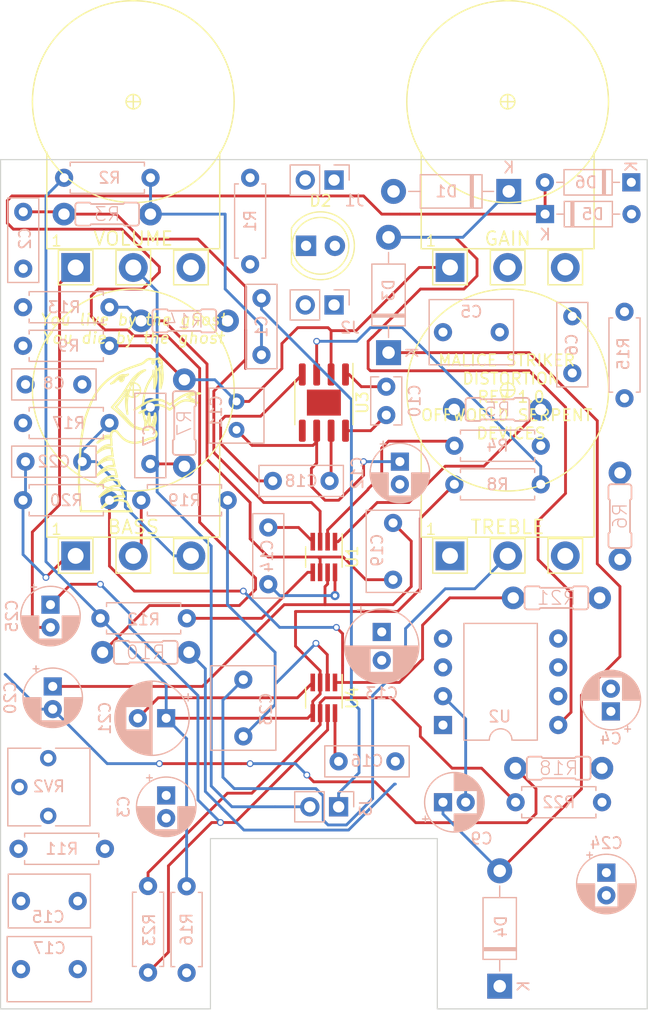
<source format=kicad_pcb>
(kicad_pcb (version 20171130) (host pcbnew "(5.1.10)-1")
  (layers (0 F.Cu signal) (1 In1.Cu power) (2 In2.Cu power) (31 B.Cu signal) (34 B.Paste user) (35 F.Paste user) (36 B.SilkS user) (37 F.SilkS user) (38 B.Mask user) (39 F.Mask user) (44 Edge.Cuts user))
  (net 0 "")
  (net 1 "Net-(BASS1-Pad3)")
  (net 2 "Net-(BASS1-Pad2)")
  (net 3 "Net-(BASS1-Pad1)")
  (net 4 "Net-(C1-Pad1)")
  (net 5 "Net-(C3-Pad1)")
  (net 6 "Net-(C5-Pad2)")
  (net 7 "Net-(C6-Pad1)")
  (net 8 "Net-(C10-Pad2)")
  (net 9 "Net-(C10-Pad1)")
  (net 10 "Net-(C11-Pad2)")
  (net 11 "Net-(C11-Pad1)")
  (net 12 OUTPUT)
  (net 13 INPUT)
  (net 14 LED-AN)
  (net 15 LED-CAT)
  (net 16 OP07V+)
  (net 17 "Net-(C2-Pad1)")
  (net 18 "Net-(C4-Pad1)")
  (net 19 "Net-(C5-Pad1)")
  (net 20 "Net-(C7-Pad1)")
  (net 21 "Net-(C8-Pad1)")
  (net 22 "Net-(C9-Pad2)")
  (net 23 "Net-(C9-Pad1)")
  (net 24 "Net-(C12-Pad2)")
  (net 25 "Net-(C15-Pad1)")
  (net 26 "Net-(C17-Pad1)")
  (net 27 "Net-(C19-Pad2)")
  (net 28 "Net-(C19-Pad1)")
  (net 29 "Net-(C20-Pad2)")
  (net 30 VREF)
  (net 31 "Net-(C23-Pad2)")
  (net 32 "Net-(C23-Pad1)")
  (net 33 "Net-(C24-Pad2)")
  (net 34 "Net-(C24-Pad1)")
  (net 35 "Net-(C25-Pad2)")
  (net 36 "Net-(C25-Pad1)")
  (net 37 9V)
  (net 38 "Net-(D5-Pad1)")
  (net 39 "Net-(R6-Pad1)")
  (net 40 "Net-(R11-Pad2)")
  (net 41 "Net-(R18-Pad2)")
  (net 42 "Net-(R21-Pad1)")
  (net 43 "Net-(R22-Pad1)")
  (net 44 "Net-(U2-Pad4)")
  (net 45 "Net-(U2-Pad7)")
  (net 46 "Net-(U2-Pad6)")
  (net 47 "Net-(U2-Pad1)")
  (net 48 "Net-(U3-Pad5)")
  (net 49 Earth)
  (module Connector_PinSocket_2.54mm:PinSocket_1x02_P2.54mm_Vertical (layer B.Cu) (at 47.8 91.2 90)
    (fp_text reference J3 (at 0 2.4 90) (layer B.SilkS) (effects (justify mirror)))
    (fp_text value Conn_01x02_Female)
    (pad 1 thru_hole rect (at 0 0 90) (size 1.7 1.7) (drill 1) (layers *.Cu *.Mask) (net 13 INPUT))
    (pad 2 thru_hole oval (at 0 -2.54 90) (size 1.7 1.7) (drill 1) (layers *.Cu *.Mask) (net 12 OUTPUT))
  )
  (module Connector_PinSocket_2.54mm:PinSocket_1x02_P2.54mm_Vertical (layer B.Cu) (at 47.4 47 90)
    (fp_text reference J2 (at -2 1.4) (layer B.SilkS) (effects (justify mirror)))
    (fp_text value Conn_01x02_Female)
    (pad 1 thru_hole rect (at 0 0 90) (size 1.7 1.7) (drill 1) (layers *.Cu *.Mask) (net 14 LED-AN))
    (pad 2 thru_hole oval (at 0 -2.54 90) (size 1.7 1.7) (drill 1) (layers *.Cu *.Mask) (net 15 LED-CAT))
  )
  (module Connector_PinSocket_2.54mm:PinSocket_1x02_P2.54mm_Vertical (layer B.Cu) (at 47.4 36 90)
    (fp_text reference J1 (at -1.8 1.8 180) (layer B.SilkS) (effects (justify mirror)))
    (fp_text value Conn_01x02_Female)
    (pad 1 thru_hole rect (at 0 0 90) (size 1.7 1.7) (drill 1) (layers *.Cu *.Mask) (net 37 9V))
    (pad 2 thru_hole oval (at 0 -2.54 90) (size 1.7 1.7) (drill 1) (layers *.Cu *.Mask) (net 49 Earth))
  )
  (module clholm-kicad-lib:16MM_T.MOUNT (layer F.Cu) (at 29.7 43.7)
    (fp_text reference VOLUME (at 0 -2.54 180) (layer F.SilkS) (effects (font (size 1.2065 1.2065) (thickness 0.1524))))
    (fp_text value 100k-A)
    (fp_text user 1 (at -6.223 -1.778 180) (layer F.SilkS) (effects (font (size 0.9652 0.9652) (thickness 0.12192)) (justify right bottom)))
    (pad 3 thru_hole circle (at 5.08 0 180) (size 2.54 2.54) (drill 1.4) (layers *.Cu *.Mask) (net 49 Earth))
    (pad 2 thru_hole circle (at 0 0 180) (size 2.54 2.54) (drill 1.4) (layers *.Cu *.Mask) (net 12 OUTPUT))
    (pad 1 thru_hole rect (at -5.08 0 180) (size 2.54 2.54) (drill 1.4) (layers *.Cu *.Mask) (net 35 "Net-(C25-Pad2)"))
  )
  (module Package_TO_SOT_SMD:SOT-23-8_Handsoldering (layer F.Cu) (at 46.5 81.6 270)
    (fp_text reference U4 (at 0 -2.5 90) (layer F.SilkS))
    (fp_text value TL072)
    (pad 1 smd rect (at -1.35 -0.98 270) (size 1.56 0.4) (layers F.Cu F.Paste F.Mask) (net 34 "Net-(C24-Pad1)"))
    (pad 2 smd rect (at -1.35 -0.33 270) (size 1.56 0.4) (layers F.Cu F.Paste F.Mask) (net 32 "Net-(C23-Pad1)"))
    (pad 3 smd rect (at -1.35 0.33 270) (size 1.56 0.4) (layers F.Cu F.Paste F.Mask) (net 30 VREF))
    (pad 4 smd rect (at -1.35 0.98 270) (size 1.56 0.4) (layers F.Cu F.Paste F.Mask) (net 49 Earth))
    (pad 5 smd rect (at 1.35 0.98 270) (size 1.56 0.4) (layers F.Cu F.Paste F.Mask) (net 30 VREF))
    (pad 6 smd rect (at 1.35 0.33 270) (size 1.56 0.4) (layers F.Cu F.Paste F.Mask) (net 43 "Net-(R22-Pad1)"))
    (pad 7 smd rect (at 1.35 -0.33 270) (size 1.56 0.4) (layers F.Cu F.Paste F.Mask) (net 36 "Net-(C25-Pad1)"))
    (pad 8 smd rect (at 1.35 -0.98 270) (size 1.56 0.4) (layers F.Cu F.Paste F.Mask) (net 16 OP07V+))
  )
  (module Package_SO:SOIC-8-1EP_3.9x4.9mm_P1.27mm_EP2.29x3mm (layer F.Cu) (at 46.5 55.6 270)
    (fp_text reference U3 (at 0 -3.4 90) (layer F.SilkS))
    (fp_text value OP07)
    (pad 9 smd rect (at 0 0 270) (size 2.29 3) (layers F.Cu F.Mask))
    (pad 8 smd roundrect (at 2.475 -1.905 270) (size 1.95 0.6) (layers F.Cu F.Paste F.Mask) (net 9 "Net-(C10-Pad1)"))
    (pad 7 smd roundrect (at 2.475 -0.635 270) (size 1.95 0.6) (layers F.Cu F.Paste F.Mask) (net 16 OP07V+))
    (pad 6 smd roundrect (at 2.475 0.635 270) (size 1.95 0.6) (layers F.Cu F.Paste F.Mask) (net 11 "Net-(C11-Pad1)"))
    (pad 5 smd roundrect (at 2.475 1.905 270) (size 1.95 0.6) (layers F.Cu F.Paste F.Mask) (net 48 "Net-(U3-Pad5)"))
    (pad 4 smd roundrect (at -2.475 1.905 270) (size 1.95 0.6) (layers F.Cu F.Paste F.Mask) (net 49 Earth))
    (pad 3 smd roundrect (at -2.475 0.635 270) (size 1.95 0.6) (layers F.Cu F.Paste F.Mask) (net 39 "Net-(R6-Pad1)"))
    (pad 2 smd roundrect (at -2.475 -0.635 270) (size 1.95 0.6) (layers F.Cu F.Paste F.Mask) (net 10 "Net-(C11-Pad2)"))
    (pad 1 smd roundrect (at -2.475 -1.905 270) (size 1.95 0.6) (layers F.Cu F.Paste F.Mask) (net 8 "Net-(C10-Pad2)"))
  )
  (module Package_DIP:DIP-8_W10.16mm (layer B.Cu) (at 57 84)
    (fp_text reference U2 (at 5 -0.75) (layer B.SilkS) (effects (justify mirror)))
    (fp_text value LT1054)
    (pad 1 thru_hole rect (at 0 0) (size 1.6 1.6) (drill 0.8) (layers *.Cu *.Mask) (net 47 "Net-(U2-Pad1)"))
    (pad 5 thru_hole oval (at 10.16 -7.62) (size 1.6 1.6) (drill 0.8) (layers *.Cu *.Mask) (net 49 Earth))
    (pad 2 thru_hole oval (at 0 -2.54) (size 1.6 1.6) (drill 0.8) (layers *.Cu *.Mask) (net 22 "Net-(C9-Pad2)"))
    (pad 6 thru_hole oval (at 10.16 -5.08) (size 1.6 1.6) (drill 0.8) (layers *.Cu *.Mask) (net 46 "Net-(U2-Pad6)"))
    (pad 3 thru_hole oval (at 0 -5.08) (size 1.6 1.6) (drill 0.8) (layers *.Cu *.Mask) (net 49 Earth))
    (pad 7 thru_hole oval (at 10.16 -2.54) (size 1.6 1.6) (drill 0.8) (layers *.Cu *.Mask) (net 45 "Net-(U2-Pad7)"))
    (pad 4 thru_hole oval (at 0 -7.62) (size 1.6 1.6) (drill 0.8) (layers *.Cu *.Mask) (net 44 "Net-(U2-Pad4)"))
    (pad 8 thru_hole oval (at 10.16 0) (size 1.6 1.6) (drill 0.8) (layers *.Cu *.Mask) (net 18 "Net-(C4-Pad1)"))
  )
  (module Package_TO_SOT_SMD:SOT-23-8_Handsoldering (layer F.Cu) (at 46.5 69.2 270)
    (fp_text reference U1 (at 0 -2.5 90) (layer F.SilkS))
    (fp_text value TL072)
    (pad 1 smd rect (at -1.35 -0.98 270) (size 1.56 0.4) (layers F.Cu F.Paste F.Mask) (net 19 "Net-(C5-Pad1)"))
    (pad 2 smd rect (at -1.35 -0.33 270) (size 1.56 0.4) (layers F.Cu F.Paste F.Mask) (net 6 "Net-(C5-Pad2)"))
    (pad 3 smd rect (at -1.35 0.33 270) (size 1.56 0.4) (layers F.Cu F.Paste F.Mask) (net 17 "Net-(C2-Pad1)"))
    (pad 4 smd rect (at -1.35 0.98 270) (size 1.56 0.4) (layers F.Cu F.Paste F.Mask) (net 49 Earth))
    (pad 5 smd rect (at 1.35 0.98 270) (size 1.56 0.4) (layers F.Cu F.Paste F.Mask) (net 26 "Net-(C17-Pad1)"))
    (pad 6 smd rect (at 1.35 0.33 270) (size 1.56 0.4) (layers F.Cu F.Paste F.Mask) (net 27 "Net-(C19-Pad2)"))
    (pad 7 smd rect (at 1.35 -0.33 270) (size 1.56 0.4) (layers F.Cu F.Paste F.Mask) (net 28 "Net-(C19-Pad1)"))
    (pad 8 smd rect (at 1.35 -0.98 270) (size 1.56 0.4) (layers F.Cu F.Paste F.Mask) (net 16 OP07V+))
  )
  (module clholm-kicad-lib:16MM_T.MOUNT (layer F.Cu) (at 62.7 69.1)
    (fp_text reference TREBLE (at 0 -2.54 180) (layer F.SilkS) (effects (font (size 1.2065 1.2065) (thickness 0.1524))))
    (fp_text value 100k-A)
    (fp_text user 1 (at -6.223 -1.778 180) (layer F.SilkS) (effects (font (size 0.9652 0.9652) (thickness 0.12192)) (justify right bottom)))
    (pad 1 thru_hole rect (at -5.08 0 180) (size 2.54 2.54) (drill 1.4) (layers *.Cu *.Mask) (net 41 "Net-(R18-Pad2)"))
    (pad 2 thru_hole circle (at 0 0 180) (size 2.54 2.54) (drill 1.4) (layers *.Cu *.Mask) (net 31 "Net-(C23-Pad2)"))
    (pad 3 thru_hole circle (at 5.08 0 180) (size 2.54 2.54) (drill 1.4) (layers *.Cu *.Mask) (net 42 "Net-(R21-Pad1)"))
  )
  (module Potentiometer_THT:Potentiometer_Vishay_T73YP_Vertical (layer B.Cu) (at 22.2 92 180)
    (fp_text reference RV2 (at -0.06 2.6) (layer B.SilkS) (effects (justify mirror)))
    (fp_text value 100k-TRIM)
    (pad 1 thru_hole circle (at 0 0 180) (size 1.44 1.44) (drill 0.8) (layers *.Cu *.Mask) (net 38 "Net-(D5-Pad1)"))
    (pad 2 thru_hole circle (at 2.54 2.54 180) (size 1.44 1.44) (drill 0.8) (layers *.Cu *.Mask) (net 40 "Net-(R11-Pad2)"))
    (pad 3 thru_hole circle (at 0 5.08 180) (size 1.44 1.44) (drill 0.8) (layers *.Cu *.Mask) (net 40 "Net-(R11-Pad2)"))
  )
  (module Resistor_THT:R_Axial_DIN0207_L6.3mm_D2.5mm_P7.62mm_Horizontal (layer B.Cu) (at 31 105.8 90)
    (fp_text reference R23 (at 3.75 0.1 90) (layer B.SilkS) (effects (justify mirror)))
    (fp_text value 100k)
    (pad 1 thru_hole circle (at 0 0 90) (size 1.6 1.6) (drill 0.8) (layers *.Cu *.Mask) (net 36 "Net-(C25-Pad1)"))
    (pad 2 thru_hole oval (at 7.62 0 90) (size 1.6 1.6) (drill 0.8) (layers *.Cu *.Mask) (net 43 "Net-(R22-Pad1)"))
  )
  (module Resistor_THT:R_Axial_DIN0207_L6.3mm_D2.5mm_P7.62mm_Horizontal (layer B.Cu) (at 63.4 90.8)
    (fp_text reference R22 (at 3.81 0) (layer B.SilkS) (effects (justify mirror)))
    (fp_text value 100k)
    (pad 2 thru_hole oval (at 7.62 0) (size 1.6 1.6) (drill 0.8) (layers *.Cu *.Mask) (net 33 "Net-(C24-Pad2)"))
    (pad 1 thru_hole circle (at 0 0) (size 1.6 1.6) (drill 0.8) (layers *.Cu *.Mask) (net 43 "Net-(R22-Pad1)"))
  )
  (module clholm-kicad-lib:0.3_resistor (layer B.Cu) (at 67 72.8 180)
    (fp_text reference R21 (at 0 0 180) (layer B.SilkS) (effects (font (size 1.2065 1.2065) (thickness 0.1016)) (justify mirror)))
    (fp_text value 10k)
    (pad 1 thru_hole circle (at -3.81 0 180) (size 2 2) (drill 1) (layers *.Cu *.Mask) (net 42 "Net-(R21-Pad1)"))
    (pad 2 thru_hole circle (at 3.81 0 180) (size 2 2) (drill 1) (layers *.Cu *.Mask) (net 34 "Net-(C24-Pad1)"))
  )
  (module Resistor_THT:R_Axial_DIN0207_L6.3mm_D2.5mm_P7.62mm_Horizontal (layer B.Cu) (at 27.6 64.2 180)
    (fp_text reference R20 (at 3.81 0) (layer B.SilkS) (effects (justify mirror)))
    (fp_text value 22k)
    (pad 1 thru_hole circle (at 0 0 180) (size 1.6 1.6) (drill 0.8) (layers *.Cu *.Mask) (net 34 "Net-(C24-Pad1)"))
    (pad 2 thru_hole oval (at 7.62 0 180) (size 1.6 1.6) (drill 0.8) (layers *.Cu *.Mask) (net 3 "Net-(BASS1-Pad1)"))
  )
  (module Resistor_THT:R_Axial_DIN0207_L6.3mm_D2.5mm_P7.62mm_Horizontal (layer B.Cu) (at 30.4 64.2)
    (fp_text reference R19 (at 3.81 0) (layer B.SilkS) (effects (justify mirror)))
    (fp_text value 22k)
    (pad 2 thru_hole oval (at 7.62 0) (size 1.6 1.6) (drill 0.8) (layers *.Cu *.Mask) (net 32 "Net-(C23-Pad1)"))
    (pad 1 thru_hole circle (at 0 0) (size 1.6 1.6) (drill 0.8) (layers *.Cu *.Mask) (net 2 "Net-(BASS1-Pad2)"))
  )
  (module clholm-kicad-lib:0.3_resistor (layer B.Cu) (at 67.2 87.8)
    (fp_text reference R18 (at 0 0 -180) (layer B.SilkS) (effects (font (size 1.2065 1.2065) (thickness 0.1016)) (justify mirror)))
    (fp_text value 10k)
    (pad 1 thru_hole circle (at -3.81 0) (size 2 2) (drill 1) (layers *.Cu *.Mask) (net 29 "Net-(C20-Pad2)"))
    (pad 2 thru_hole circle (at 3.81 0) (size 2 2) (drill 1) (layers *.Cu *.Mask) (net 41 "Net-(R18-Pad2)"))
  )
  (module Resistor_THT:R_Axial_DIN0207_L6.3mm_D2.5mm_P7.62mm_Horizontal (layer B.Cu) (at 27.6 57.4 180)
    (fp_text reference R17 (at 3.6 0) (layer B.SilkS) (effects (justify mirror)))
    (fp_text value 22k)
    (pad 2 thru_hole oval (at 7.62 0 180) (size 1.6 1.6) (drill 0.8) (layers *.Cu *.Mask) (net 29 "Net-(C20-Pad2)"))
    (pad 1 thru_hole circle (at 0 0 180) (size 1.6 1.6) (drill 0.8) (layers *.Cu *.Mask) (net 1 "Net-(BASS1-Pad3)"))
  )
  (module Resistor_THT:R_Axial_DIN0207_L6.3mm_D2.5mm_P7.62mm_Horizontal (layer B.Cu) (at 34.4 98.2 270)
    (fp_text reference R16 (at 3.8 0 90) (layer B.SilkS) (effects (justify mirror)))
    (fp_text value 100k)
    (pad 1 thru_hole circle (at 0 0 270) (size 1.6 1.6) (drill 0.8) (layers *.Cu *.Mask) (net 30 VREF))
    (pad 2 thru_hole oval (at 7.62 0 270) (size 1.6 1.6) (drill 0.8) (layers *.Cu *.Mask) (net 49 Earth))
  )
  (module Resistor_THT:R_Axial_DIN0207_L6.3mm_D2.5mm_P7.62mm_Horizontal (layer B.Cu) (at 73 47.6 270)
    (fp_text reference R15 (at 3.7 0.1 90) (layer B.SilkS) (effects (justify mirror)))
    (fp_text value 100k)
    (pad 2 thru_hole oval (at 7.62 0 270) (size 1.6 1.6) (drill 0.8) (layers *.Cu *.Mask) (net 30 VREF))
    (pad 1 thru_hole circle (at 0 0 270) (size 1.6 1.6) (drill 0.8) (layers *.Cu *.Mask) (net 16 OP07V+))
  )
  (module clholm-kicad-lib:0.3_resistor (layer B.Cu) (at 34.2 48.4 180)
    (fp_text reference R14 (at 0 0 180) (layer B.SilkS) (effects (font (size 1.2065 1.2065) (thickness 0.1016)) (justify mirror)))
    (fp_text value 10k)
    (pad 1 thru_hole circle (at -3.81 0 180) (size 2 2) (drill 1) (layers *.Cu *.Mask) (net 28 "Net-(C19-Pad1)"))
    (pad 2 thru_hole circle (at 3.81 0 180) (size 2 2) (drill 1) (layers *.Cu *.Mask) (net 27 "Net-(C19-Pad2)"))
  )
  (module Resistor_THT:R_Axial_DIN0207_L6.3mm_D2.5mm_P7.62mm_Horizontal (layer B.Cu) (at 27.6 47.2 180)
    (fp_text reference R13 (at 4 0) (layer B.SilkS) (effects (justify mirror)))
    (fp_text value 2.2M)
    (pad 2 thru_hole oval (at 7.62 0 180) (size 1.6 1.6) (drill 0.8) (layers *.Cu *.Mask) (net 49 Earth))
    (pad 1 thru_hole circle (at 0 0 180) (size 1.6 1.6) (drill 0.8) (layers *.Cu *.Mask) (net 27 "Net-(C19-Pad2)"))
  )
  (module Resistor_THT:R_Axial_DIN0207_L6.3mm_D2.5mm_P7.62mm_Horizontal (layer B.Cu) (at 26.8 74.6)
    (fp_text reference R12 (at 3.81 0.1) (layer B.SilkS) (effects (justify mirror)))
    (fp_text value 2.2M)
    (pad 1 thru_hole circle (at 0 0) (size 1.6 1.6) (drill 0.8) (layers *.Cu *.Mask) (net 30 VREF))
    (pad 2 thru_hole oval (at 7.62 0) (size 1.6 1.6) (drill 0.8) (layers *.Cu *.Mask) (net 26 "Net-(C17-Pad1)"))
  )
  (module Resistor_THT:R_Axial_DIN0207_L6.3mm_D2.5mm_P7.62mm_Horizontal (layer B.Cu) (at 27.2 94.9 180)
    (fp_text reference R11 (at 3.8 0) (layer B.SilkS) (effects (justify mirror)))
    (fp_text value 1.5k)
    (pad 2 thru_hole oval (at 7.62 0 180) (size 1.6 1.6) (drill 0.8) (layers *.Cu *.Mask) (net 40 "Net-(R11-Pad2)"))
    (pad 1 thru_hole circle (at 0 0 180) (size 1.6 1.6) (drill 0.8) (layers *.Cu *.Mask) (net 25 "Net-(C15-Pad1)"))
  )
  (module clholm-kicad-lib:0.3_resistor (layer B.Cu) (at 30.8 77.6)
    (fp_text reference R10 (at 0 0 180) (layer B.SilkS) (effects (font (size 1.2065 1.2065) (thickness 0.1016)) (justify mirror)))
    (fp_text value 1k)
    (pad 1 thru_hole circle (at -3.81 0) (size 2 2) (drill 1) (layers *.Cu *.Mask) (net 38 "Net-(D5-Pad1)"))
    (pad 2 thru_hole circle (at 3.81 0) (size 2 2) (drill 1) (layers *.Cu *.Mask) (net 24 "Net-(C12-Pad2)"))
  )
  (module Resistor_THT:R_Axial_DIN0207_L6.3mm_D2.5mm_P7.62mm_Horizontal (layer B.Cu) (at 27.6 50.6 180)
    (fp_text reference R9 (at 3.6 0 180) (layer B.SilkS) (effects (justify mirror)))
    (fp_text value 56k)
    (pad 2 thru_hole oval (at 7.62 0 180) (size 1.6 1.6) (drill 0.8) (layers *.Cu *.Mask) (net 21 "Net-(C8-Pad1)"))
    (pad 1 thru_hole circle (at 0 0 180) (size 1.6 1.6) (drill 0.8) (layers *.Cu *.Mask) (net 10 "Net-(C11-Pad2)"))
  )
  (module Resistor_THT:R_Axial_DIN0207_L6.3mm_D2.5mm_P7.62mm_Horizontal (layer B.Cu) (at 58 62.8)
    (fp_text reference R8 (at 3.81 0) (layer B.SilkS) (effects (justify mirror)))
    (fp_text value 2.2M)
    (pad 2 thru_hole oval (at 7.62 0) (size 1.6 1.6) (drill 0.8) (layers *.Cu *.Mask) (net 39 "Net-(R6-Pad1)"))
    (pad 1 thru_hole circle (at 0 0) (size 1.6 1.6) (drill 0.8) (layers *.Cu *.Mask) (net 30 VREF))
  )
  (module clholm-kicad-lib:0.3_resistor (layer B.Cu) (at 34.2 57.4 270)
    (fp_text reference R7 (at 0 0 270) (layer B.SilkS) (effects (font (size 1.2065 1.2065) (thickness 0.1016)) (justify mirror)))
    (fp_text value 4.7k)
    (pad 1 thru_hole circle (at -3.81 0 270) (size 2 2) (drill 1) (layers *.Cu *.Mask) (net 10 "Net-(C11-Pad2)"))
    (pad 2 thru_hole circle (at 3.81 0 270) (size 2 2) (drill 1) (layers *.Cu *.Mask) (net 20 "Net-(C7-Pad1)"))
  )
  (module clholm-kicad-lib:0.3_resistor (layer B.Cu) (at 72.6 65.6 90)
    (fp_text reference R6 (at 0 0 -90) (layer B.SilkS) (effects (font (size 1.2065 1.2065) (thickness 0.1016)) (justify mirror)))
    (fp_text value 1k)
    (pad 1 thru_hole circle (at -3.81 0 90) (size 2 2) (drill 1) (layers *.Cu *.Mask) (net 39 "Net-(R6-Pad1)"))
    (pad 2 thru_hole circle (at 3.81 0 90) (size 2 2) (drill 1) (layers *.Cu *.Mask) (net 7 "Net-(C6-Pad1)"))
  )
  (module clholm-kicad-lib:0.3_resistor (layer B.Cu) (at 61.8 56.2 180)
    (fp_text reference R5 (at 0 0) (layer B.SilkS) (effects (font (size 1.2065 1.2065) (thickness 0.1016)) (justify mirror)))
    (fp_text value 10k)
    (pad 2 thru_hole circle (at 3.81 0 180) (size 2 2) (drill 1) (layers *.Cu *.Mask) (net 6 "Net-(C5-Pad2)"))
    (pad 1 thru_hole circle (at -3.81 0 180) (size 2 2) (drill 1) (layers *.Cu *.Mask) (net 19 "Net-(C5-Pad1)"))
  )
  (module Resistor_THT:R_Axial_DIN0207_L6.3mm_D2.5mm_P7.62mm_Horizontal (layer B.Cu) (at 58 59.4)
    (fp_text reference R4 (at 3.8 0) (layer B.SilkS) (effects (justify mirror)))
    (fp_text value 2.2k)
    (pad 2 thru_hole oval (at 7.62 0) (size 1.6 1.6) (drill 0.8) (layers *.Cu *.Mask) (net 5 "Net-(C3-Pad1)"))
    (pad 1 thru_hole circle (at 0 0) (size 1.6 1.6) (drill 0.8) (layers *.Cu *.Mask) (net 6 "Net-(C5-Pad2)"))
  )
  (module clholm-kicad-lib:0.3_resistor (layer B.Cu) (at 27.4 39)
    (fp_text reference R3 (at 0 0 -180) (layer B.SilkS) (effects (font (size 1.2065 1.2065) (thickness 0.1016)) (justify mirror)))
    (fp_text value 1k)
    (pad 1 thru_hole circle (at -3.81 0) (size 2 2) (drill 1) (layers *.Cu *.Mask) (net 17 "Net-(C2-Pad1)"))
    (pad 2 thru_hole circle (at 3.81 0) (size 2 2) (drill 1) (layers *.Cu *.Mask) (net 4 "Net-(C1-Pad1)"))
  )
  (module Resistor_THT:R_Axial_DIN0207_L6.3mm_D2.5mm_P7.62mm_Horizontal (layer B.Cu) (at 23.6 35.8)
    (fp_text reference R2 (at 4 0) (layer B.SilkS) (effects (justify mirror)))
    (fp_text value 2.2M)
    (pad 2 thru_hole oval (at 7.62 0) (size 1.6 1.6) (drill 0.8) (layers *.Cu *.Mask) (net 4 "Net-(C1-Pad1)"))
    (pad 1 thru_hole circle (at 0 0) (size 1.6 1.6) (drill 0.8) (layers *.Cu *.Mask) (net 30 VREF))
  )
  (module Resistor_THT:R_Axial_DIN0207_L6.3mm_D2.5mm_P7.62mm_Horizontal (layer B.Cu) (at 40 35.8 270)
    (fp_text reference R1 (at 3.81 0 90) (layer B.SilkS) (effects (justify mirror)))
    (fp_text value 2.2M)
    (pad 1 thru_hole circle (at 0 0 270) (size 1.6 1.6) (drill 0.8) (layers *.Cu *.Mask) (net 13 INPUT))
    (pad 2 thru_hole oval (at 7.62 0 270) (size 1.6 1.6) (drill 0.8) (layers *.Cu *.Mask) (net 49 Earth))
  )
  (module clholm-kicad-lib:16MM_T.MOUNT (layer F.Cu) (at 62.7 43.7)
    (fp_text reference GAIN (at 0 -2.54 180) (layer F.SilkS) (effects (font (size 1.2065 1.2065) (thickness 0.1524))))
    (fp_text value 1M-A hide)
    (fp_text user 1 (at -6.223 -1.778 180) (layer F.SilkS) (effects (font (size 0.9652 0.9652) (thickness 0.12192)) (justify right bottom)))
    (pad 1 thru_hole rect (at -5.08 0 180) (size 2.54 2.54) (drill 1.4) (layers *.Cu *.Mask) (net 10 "Net-(C11-Pad2)"))
    (pad 2 thru_hole circle (at 0 0 180) (size 2.54 2.54) (drill 1.4) (layers *.Cu *.Mask) (net 10 "Net-(C11-Pad2)"))
    (pad 3 thru_hole circle (at 5.08 0 180) (size 2.54 2.54) (drill 1.4) (layers *.Cu *.Mask) (net 11 "Net-(C11-Pad1)"))
  )
  (module Diode_THT:D_DO-35_SOD27_P7.62mm_Horizontal (layer B.Cu) (at 73.6 36.2 180)
    (fp_text reference D6 (at 4 0 180) (layer B.SilkS) (effects (justify mirror)))
    (fp_text value 1N914)
    (fp_text user K (at 0 1.4 90) (layer B.SilkS) (effects (justify mirror)))
    (pad 2 thru_hole oval (at 7.62 0 180) (size 1.6 1.6) (drill 0.8) (layers *.Cu *.Mask) (net 38 "Net-(D5-Pad1)"))
    (pad 1 thru_hole rect (at 0 0 180) (size 1.6 1.6) (drill 0.8) (layers *.Cu *.Mask) (net 49 Earth))
  )
  (module Diode_THT:D_DO-35_SOD27_P7.62mm_Horizontal (layer B.Cu) (at 66 39)
    (fp_text reference D5 (at 4.2 0) (layer B.SilkS) (effects (justify mirror)))
    (fp_text value 1N914)
    (fp_text user K (at 0 1.8) (layer B.SilkS) (effects (justify mirror)))
    (pad 2 thru_hole oval (at 7.62 0) (size 1.6 1.6) (drill 0.8) (layers *.Cu *.Mask) (net 49 Earth))
    (pad 1 thru_hole rect (at 0 0) (size 1.6 1.6) (drill 0.8) (layers *.Cu *.Mask) (net 38 "Net-(D5-Pad1)"))
  )
  (module Diode_THT:D_DO-41_SOD81_P10.16mm_Horizontal (layer B.Cu) (at 62 107 90)
    (fp_text reference D4 (at 5.25 0.1 90) (layer B.SilkS) (effects (justify mirror)))
    (fp_text value 1N5817)
    (fp_text user K (at 0 2.1 90) (layer B.SilkS) (effects (justify mirror)))
    (pad 1 thru_hole rect (at 0 0 90) (size 2.2 2.2) (drill 1.1) (layers *.Cu *.Mask) (net 16 OP07V+))
    (pad 2 thru_hole oval (at 10.16 0 90) (size 2.2 2.2) (drill 1.1) (layers *.Cu *.Mask) (net 23 "Net-(C9-Pad1)"))
  )
  (module Diode_THT:D_DO-41_SOD81_P10.16mm_Horizontal (layer B.Cu) (at 52.2 51.2 90)
    (fp_text reference D3 (at 5.5 0 90) (layer B.SilkS) (effects (justify mirror)))
    (fp_text value 1N5817)
    (fp_text user K (at 0 2.1 90) (layer B.SilkS) (effects (justify mirror)))
    (pad 1 thru_hole rect (at 0 0 90) (size 2.2 2.2) (drill 1.1) (layers *.Cu *.Mask) (net 23 "Net-(C9-Pad1)"))
    (pad 2 thru_hole oval (at 10.16 0 90) (size 2.2 2.2) (drill 1.1) (layers *.Cu *.Mask) (net 18 "Net-(C4-Pad1)"))
  )
  (module Diode_THT:D_DO-41_SOD81_P10.16mm_Horizontal (layer B.Cu) (at 62.8 37 180)
    (fp_text reference D1 (at 5.5 0) (layer B.SilkS) (effects (justify mirror)))
    (fp_text value 1N5817)
    (fp_text user K (at 0 2.1) (layer B.SilkS) (effects (justify mirror)))
    (pad 1 thru_hole rect (at 0 0 180) (size 2.2 2.2) (drill 1.1) (layers *.Cu *.Mask) (net 18 "Net-(C4-Pad1)"))
    (pad 2 thru_hole oval (at 10.16 0 180) (size 2.2 2.2) (drill 1.1) (layers *.Cu *.Mask) (net 37 9V))
  )
  (module Capacitor_THT:CP_Radial_D5.0mm_P2.00mm (layer B.Cu) (at 22.4 73.4 270)
    (fp_text reference C25 (at 1 3.4 90) (layer B.SilkS) (effects (justify mirror)))
    (fp_text value 4.7uF)
    (pad 2 thru_hole circle (at 2 0 270) (size 1.6 1.6) (drill 0.8) (layers *.Cu *.Mask) (net 35 "Net-(C25-Pad2)"))
    (pad 1 thru_hole rect (at 0 0 270) (size 1.6 1.6) (drill 0.8) (layers *.Cu *.Mask) (net 36 "Net-(C25-Pad1)"))
  )
  (module Capacitor_THT:CP_Radial_D5.0mm_P2.00mm (layer B.Cu) (at 71.4 97 270)
    (fp_text reference C24 (at -2.6 0 180) (layer B.SilkS) (effects (justify mirror)))
    (fp_text value 4.7uF)
    (pad 2 thru_hole circle (at 2 0 270) (size 1.6 1.6) (drill 0.8) (layers *.Cu *.Mask) (net 33 "Net-(C24-Pad2)"))
    (pad 1 thru_hole rect (at 0 0 270) (size 1.6 1.6) (drill 0.8) (layers *.Cu *.Mask) (net 34 "Net-(C24-Pad1)"))
  )
  (module Capacitor_THT:C_Rect_L7.2mm_W5.5mm_P5.00mm_FKS2_FKP2_MKS2_MKP2 (layer B.Cu) (at 39.4 85 90)
    (fp_text reference C23 (at 2.4 2 90) (layer B.SilkS) (effects (justify mirror)))
    (fp_text value 560pF)
    (pad 2 thru_hole circle (at 5 0 90) (size 1.6 1.6) (drill 0.8) (layers *.Cu *.Mask) (net 31 "Net-(C23-Pad2)"))
    (pad 1 thru_hole circle (at 0 0 90) (size 1.6 1.6) (drill 0.8) (layers *.Cu *.Mask) (net 32 "Net-(C23-Pad1)"))
  )
  (module Capacitor_THT:C_Rect_L7.2mm_W2.5mm_P5.00mm_FKS2_FKP2_MKS2_MKP2 (layer B.Cu) (at 20.2 60.8)
    (fp_text reference C22 (at 2.5 0) (layer B.SilkS) (effects (justify mirror)))
    (fp_text value 47nF)
    (pad 1 thru_hole circle (at 0 0) (size 1.6 1.6) (drill 0.8) (layers *.Cu *.Mask) (net 3 "Net-(BASS1-Pad1)"))
    (pad 2 thru_hole circle (at 5 0) (size 1.6 1.6) (drill 0.8) (layers *.Cu *.Mask) (net 1 "Net-(BASS1-Pad3)"))
  )
  (module Capacitor_THT:CP_Radial_D6.3mm_P2.50mm (layer B.Cu) (at 32.6 83.4 180)
    (fp_text reference C21 (at 5.4 0 90) (layer B.SilkS) (effects (justify mirror)))
    (fp_text value 100uF)
    (pad 1 thru_hole rect (at 0 0 180) (size 1.6 1.6) (drill 0.8) (layers *.Cu *.Mask) (net 30 VREF))
    (pad 2 thru_hole circle (at 2.5 0 180) (size 1.6 1.6) (drill 0.8) (layers *.Cu *.Mask) (net 49 Earth))
  )
  (module Capacitor_THT:CP_Radial_D5.0mm_P2.00mm (layer B.Cu) (at 22.6 80.6 270)
    (fp_text reference C20 (at 1 3.75 270) (layer B.SilkS) (effects (justify mirror)))
    (fp_text value 4.7uF)
    (pad 2 thru_hole circle (at 2 0 270) (size 1.6 1.6) (drill 0.8) (layers *.Cu *.Mask) (net 29 "Net-(C20-Pad2)"))
    (pad 1 thru_hole rect (at 0 0 270) (size 1.6 1.6) (drill 0.8) (layers *.Cu *.Mask) (net 28 "Net-(C19-Pad1)"))
  )
  (module Capacitor_THT:C_Rect_L7.0mm_W4.5mm_P5.00mm (layer B.Cu) (at 52.6 66.2 270)
    (fp_text reference C19 (at 2.4 1.4 90) (layer B.SilkS) (effects (justify mirror)))
    (fp_text value 3.3nF)
    (pad 2 thru_hole circle (at 5 0 270) (size 1.6 1.6) (drill 0.8) (layers *.Cu *.Mask) (net 27 "Net-(C19-Pad2)"))
    (pad 1 thru_hole circle (at 0 0 270) (size 1.6 1.6) (drill 0.8) (layers *.Cu *.Mask) (net 28 "Net-(C19-Pad1)"))
  )
  (module Capacitor_THT:C_Rect_L7.2mm_W2.5mm_P5.00mm_FKS2_FKP2_MKS2_MKP2 (layer B.Cu) (at 47 62.5 180)
    (fp_text reference C18 (at 2.5 0) (layer B.SilkS) (effects (justify mirror)))
    (fp_text value 10nF)
    (pad 2 thru_hole circle (at 5 0 180) (size 1.6 1.6) (drill 0.8) (layers *.Cu *.Mask) (net 49 Earth))
    (pad 1 thru_hole circle (at 0 0 180) (size 1.6 1.6) (drill 0.8) (layers *.Cu *.Mask) (net 16 OP07V+))
  )
  (module Capacitor_THT:C_Rect_L7.2mm_W5.5mm_P5.00mm_FKS2_FKP2_MKS2_MKP2 (layer B.Cu) (at 24.8 105.5 180)
    (fp_text reference C17 (at 2.5 1.85 180) (layer B.SilkS) (effects (justify mirror)))
    (fp_text value 22nF)
    (pad 1 thru_hole circle (at 0 0 180) (size 1.6 1.6) (drill 0.8) (layers *.Cu *.Mask) (net 26 "Net-(C17-Pad1)"))
    (pad 2 thru_hole circle (at 5 0 180) (size 1.6 1.6) (drill 0.8) (layers *.Cu *.Mask) (net 25 "Net-(C15-Pad1)"))
  )
  (module Capacitor_THT:C_Rect_L7.2mm_W2.5mm_P5.00mm_FKS2_FKP2_MKS2_MKP2 (layer B.Cu) (at 47.8 87.2)
    (fp_text reference C16 (at 2.5 -0.05) (layer B.SilkS) (effects (justify mirror)))
    (fp_text value 10nF)
    (pad 2 thru_hole circle (at 5 0) (size 1.6 1.6) (drill 0.8) (layers *.Cu *.Mask) (net 49 Earth))
    (pad 1 thru_hole circle (at 0 0) (size 1.6 1.6) (drill 0.8) (layers *.Cu *.Mask) (net 16 OP07V+))
  )
  (module Capacitor_THT:C_Rect_L7.0mm_W4.5mm_P5.00mm (layer B.Cu) (at 19.8 99.5)
    (fp_text reference C15 (at 2.4 1.4) (layer B.SilkS) (effects (justify mirror)))
    (fp_text value 3.3nF)
    (pad 2 thru_hole circle (at 5 0) (size 1.6 1.6) (drill 0.8) (layers *.Cu *.Mask) (net 49 Earth))
    (pad 1 thru_hole circle (at 0 0) (size 1.6 1.6) (drill 0.8) (layers *.Cu *.Mask) (net 25 "Net-(C15-Pad1)"))
  )
  (module Capacitor_THT:C_Rect_L7.2mm_W2.5mm_P5.00mm_FKS2_FKP2_MKS2_MKP2 (layer B.Cu) (at 41.6 71.6 90)
    (fp_text reference C14 (at 2.5 -0.1 90) (layer B.SilkS) (effects (justify mirror)))
    (fp_text value 10nF)
    (pad 2 thru_hole circle (at 5 0 90) (size 1.6 1.6) (drill 0.8) (layers *.Cu *.Mask) (net 49 Earth))
    (pad 1 thru_hole circle (at 0 0 90) (size 1.6 1.6) (drill 0.8) (layers *.Cu *.Mask) (net 16 OP07V+))
  )
  (module Capacitor_THT:CP_Radial_D6.3mm_P2.50mm (layer B.Cu) (at 51.6 75.8 270)
    (fp_text reference C13 (at 5.4 0) (layer B.SilkS) (effects (justify mirror)))
    (fp_text value 100uF)
    (pad 2 thru_hole circle (at 2.5 0 270) (size 1.6 1.6) (drill 0.8) (layers *.Cu *.Mask) (net 49 Earth))
    (pad 1 thru_hole rect (at 0 0 270) (size 1.6 1.6) (drill 0.8) (layers *.Cu *.Mask) (net 16 OP07V+))
  )
  (module Capacitor_THT:CP_Radial_D5.0mm_P2.00mm (layer B.Cu) (at 53.2 60.8 270)
    (fp_text reference C12 (at 1 3.75 90) (layer B.SilkS) (effects (justify mirror)))
    (fp_text value 4.7uF)
    (pad 2 thru_hole circle (at 2 0 270) (size 1.6 1.6) (drill 0.8) (layers *.Cu *.Mask) (net 24 "Net-(C12-Pad2)"))
    (pad 1 thru_hole rect (at 0 0 270) (size 1.6 1.6) (drill 0.8) (layers *.Cu *.Mask) (net 11 "Net-(C11-Pad1)"))
  )
  (module Capacitor_THT:C_Rect_L4.6mm_W4.6mm_P2.50mm_MKS02_FKP02 (layer B.Cu) (at 38.8 58 90)
    (fp_text reference C11 (at 1.6 -1.8 270) (layer B.SilkS) (effects (justify mirror)))
    (fp_text value 100pF)
    (pad 1 thru_hole circle (at 0 0 90) (size 1.4 1.4) (drill 0.7) (layers *.Cu *.Mask) (net 11 "Net-(C11-Pad1)"))
    (pad 2 thru_hole circle (at 2.5 0 90) (size 1.4 1.4) (drill 0.7) (layers *.Cu *.Mask) (net 10 "Net-(C11-Pad2)"))
  )
  (module Capacitor_THT:C_Rect_L4.0mm_W2.5mm_P2.50mm (layer B.Cu) (at 52 56.7 90)
    (fp_text reference C10 (at 1.25 2.5 270) (layer B.SilkS) (effects (justify mirror)))
    (fp_text value 30pF)
    (pad 2 thru_hole circle (at 2.5 0 90) (size 1.6 1.6) (drill 0.8) (layers *.Cu *.Mask) (net 8 "Net-(C10-Pad2)"))
    (pad 1 thru_hole circle (at 0 0 90) (size 1.6 1.6) (drill 0.8) (layers *.Cu *.Mask) (net 9 "Net-(C10-Pad1)"))
  )
  (module Capacitor_THT:CP_Radial_D5.0mm_P2.00mm (layer B.Cu) (at 57 90.8)
    (fp_text reference C9 (at 3.4 3.2) (layer B.SilkS) (effects (justify mirror)))
    (fp_text value 10uF)
    (pad 2 thru_hole circle (at 2 0) (size 1.6 1.6) (drill 0.8) (layers *.Cu *.Mask) (net 22 "Net-(C9-Pad2)"))
    (pad 1 thru_hole rect (at 0 0) (size 1.6 1.6) (drill 0.8) (layers *.Cu *.Mask) (net 23 "Net-(C9-Pad1)"))
  )
  (module Capacitor_THT:C_Rect_L7.2mm_W2.5mm_P5.00mm_FKS2_FKP2_MKS2_MKP2 (layer B.Cu) (at 20.2 54)
    (fp_text reference C8 (at 2.5 -0.1) (layer B.SilkS) (effects (justify mirror)))
    (fp_text value 47nF)
    (pad 2 thru_hole circle (at 5 0) (size 1.6 1.6) (drill 0.8) (layers *.Cu *.Mask) (net 49 Earth))
    (pad 1 thru_hole circle (at 0 0) (size 1.6 1.6) (drill 0.8) (layers *.Cu *.Mask) (net 21 "Net-(C8-Pad1)"))
  )
  (module Capacitor_THT:C_Rect_L7.2mm_W2.5mm_P5.00mm_FKS2_FKP2_MKS2_MKP2 (layer B.Cu) (at 31.2 61 90)
    (fp_text reference C7 (at 2.5 -0.1 90) (layer B.SilkS) (effects (justify mirror)))
    (fp_text value 22nF)
    (pad 2 thru_hole circle (at 5 0 90) (size 1.6 1.6) (drill 0.8) (layers *.Cu *.Mask) (net 49 Earth))
    (pad 1 thru_hole circle (at 0 0 90) (size 1.6 1.6) (drill 0.8) (layers *.Cu *.Mask) (net 20 "Net-(C7-Pad1)"))
  )
  (module Capacitor_THT:C_Rect_L7.2mm_W2.5mm_P5.00mm_FKS2_FKP2_MKS2_MKP2 (layer B.Cu) (at 68.4 53 90)
    (fp_text reference C6 (at 2.5 -0.05 270) (layer B.SilkS) (effects (justify mirror)))
    (fp_text value 22nF)
    (pad 2 thru_hole circle (at 5 0 90) (size 1.6 1.6) (drill 0.8) (layers *.Cu *.Mask) (net 19 "Net-(C5-Pad1)"))
    (pad 1 thru_hole circle (at 0 0 90) (size 1.6 1.6) (drill 0.8) (layers *.Cu *.Mask) (net 7 "Net-(C6-Pad1)"))
  )
  (module Capacitor_THT:C_Rect_L7.2mm_W5.5mm_P5.00mm_FKS2_FKP2_MKS2_MKP2 (layer B.Cu) (at 62 49.4 180)
    (fp_text reference C5 (at 2.5 1.8) (layer B.SilkS) (effects (justify mirror)))
    (fp_text value 560pF)
    (pad 2 thru_hole circle (at 5 0 180) (size 1.6 1.6) (drill 0.8) (layers *.Cu *.Mask) (net 6 "Net-(C5-Pad2)"))
    (pad 1 thru_hole circle (at 0 0 180) (size 1.6 1.6) (drill 0.8) (layers *.Cu *.Mask) (net 19 "Net-(C5-Pad1)"))
  )
  (module Capacitor_THT:CP_Radial_D5.0mm_P2.00mm (layer B.Cu) (at 71.8 82.8 90)
    (fp_text reference C4 (at -2.4 0 180) (layer B.SilkS) (effects (justify mirror)))
    (fp_text value 2.2uF)
    (pad 2 thru_hole circle (at 2 0 90) (size 1.6 1.6) (drill 0.8) (layers *.Cu *.Mask) (net 49 Earth))
    (pad 1 thru_hole rect (at 0 0 90) (size 1.6 1.6) (drill 0.8) (layers *.Cu *.Mask) (net 18 "Net-(C4-Pad1)"))
  )
  (module Capacitor_THT:CP_Radial_D5.0mm_P2.00mm (layer B.Cu) (at 32.6 90.2 270)
    (fp_text reference C3 (at 1 3.75 90) (layer B.SilkS) (effects (justify mirror)))
    (fp_text value 4.7uF)
    (pad 2 thru_hole circle (at 2 0 270) (size 1.6 1.6) (drill 0.8) (layers *.Cu *.Mask) (net 49 Earth))
    (pad 1 thru_hole rect (at 0 0 270) (size 1.6 1.6) (drill 0.8) (layers *.Cu *.Mask) (net 5 "Net-(C3-Pad1)"))
  )
  (module Capacitor_THT:C_Rect_L7.2mm_W2.5mm_P5.00mm_FKS2_FKP2_MKS2_MKP2 (layer B.Cu) (at 20 38.8 270)
    (fp_text reference C2 (at 2.35 -0.15 90) (layer B.SilkS) (effects (justify mirror)))
    (fp_text value 4.7nF)
    (pad 2 thru_hole circle (at 5 0 270) (size 1.6 1.6) (drill 0.8) (layers *.Cu *.Mask) (net 49 Earth))
    (pad 1 thru_hole circle (at 0 0 270) (size 1.6 1.6) (drill 0.8) (layers *.Cu *.Mask) (net 17 "Net-(C2-Pad1)"))
  )
  (module Capacitor_THT:C_Rect_L7.2mm_W2.5mm_P5.00mm_FKS2_FKP2_MKS2_MKP2 (layer B.Cu) (at 41 51.4 90)
    (fp_text reference C1 (at 2.5 0 90) (layer B.SilkS) (effects (justify mirror)))
    (fp_text value 10nF)
    (pad 2 thru_hole circle (at 5 0 90) (size 1.6 1.6) (drill 0.8) (layers *.Cu *.Mask) (net 13 INPUT))
    (pad 1 thru_hole circle (at 0 0 90) (size 1.6 1.6) (drill 0.8) (layers *.Cu *.Mask) (net 4 "Net-(C1-Pad1)"))
  )
  (module clholm-kicad-lib:16MM_T.MOUNT (layer F.Cu) (at 29.7 69.1)
    (fp_text reference BASS (at 0 -2.54 180) (layer F.SilkS) (effects (font (size 1.2065 1.2065) (thickness 0.1524))))
    (fp_text value 100k-A)
    (fp_text user 1 (at -6.223 -1.778 180) (layer F.SilkS) (effects (font (size 0.9652 0.9652) (thickness 0.12192)) (justify right bottom)))
    (pad 1 thru_hole rect (at -5.08 0 180) (size 2.54 2.54) (drill 1.4) (layers *.Cu *.Mask) (net 3 "Net-(BASS1-Pad1)"))
    (pad 2 thru_hole circle (at 0 0 180) (size 2.54 2.54) (drill 1.4) (layers *.Cu *.Mask) (net 2 "Net-(BASS1-Pad2)"))
    (pad 3 thru_hole circle (at 5.08 0 180) (size 2.54 2.54) (drill 1.4) (layers *.Cu *.Mask) (net 1 "Net-(BASS1-Pad3)"))
  )
  (module LED_THT:LED_D5.0mm (layer F.Cu) (at 44.93 41.79)
    (fp_text reference D2 (at 1.27 -3.96) (layer F.SilkS))
    (fp_text value LED)
    (pad 2 thru_hole circle (at 2.54 0) (size 1.8 1.8) (drill 0.9) (layers *.Cu *.Mask) (net 14 LED-AN))
    (pad 1 thru_hole rect (at 0 0) (size 1.8 1.8) (drill 0.9) (layers *.Cu *.Mask) (net 15 LED-CAT))
  )
  (gr_line (start 56.5 94) (end 36.5 94) (layer Edge.Cuts) (width 0.1))
  (gr_line (start 56.5 109) (end 56.5 94) (layer Edge.Cuts) (width 0.1))
  (gr_line (start 75 109) (end 56.5 109) (layer Edge.Cuts) (width 0.1))
  (gr_line (start 36.5 109) (end 36.5 94) (layer Edge.Cuts) (width 0.1))
  (gr_line (start 18 109) (end 36.5 109) (layer Edge.Cuts) (width 0.1))
  (gr_line (start 31.980823 52.107396) (end 32.024109 52.126146) (layer F.SilkS) (width 0.15))
  (gr_line (start 28.933453 53.263942) (end 28.811097 53.605359) (layer F.SilkS) (width 0.15))
  (gr_line (start 28.933453 53.263942) (end 28.644415 53.382702) (layer F.SilkS) (width 0.15))
  (gr_line (start 29.001826 53.180114) (end 29.239684 53.120024) (layer F.SilkS) (width 0.15))
  (gr_curve (pts (xy 28.768341 53.444935) (xy 28.762494 53.454483) (xy 28.754493 53.462939) (xy 28.744806 53.468904)) (layer F.SilkS) (width 0.0036))
  (gr_curve (pts (xy 28.782633 53.40988) (xy 28.778781 53.422027) (xy 28.77493 53.434175) (xy 28.768341 53.444935)) (layer F.SilkS) (width 0.0036))
  (gr_curve (pts (xy 28.784242 53.421333) (xy 28.783794 53.417504) (xy 28.783213 53.413692) (xy 28.782633 53.40988)) (layer F.SilkS) (width 0.0036))
  (gr_curve (pts (xy 28.609719 53.580981) (xy 28.626592 53.593961) (xy 28.647653 53.602478) (xy 28.668714 53.602475)) (layer F.SilkS) (width 0.0036))
  (gr_curve (pts (xy 28.727685 53.580981) (xy 28.746586 53.566439) (xy 28.760229 53.546296) (xy 28.769615 53.5245)) (layer F.SilkS) (width 0.0036))
  (gr_curve (pts (xy 28.785575 53.445038) (xy 28.785572 53.441041) (xy 28.785457 53.43705) (xy 28.785236 53.433063)) (layer F.SilkS) (width 0.0036))
  (gr_curve (pts (xy 28.668714 53.602475) (xy 28.689767 53.602472) (xy 28.71082 53.593956) (xy 28.727685 53.580981)) (layer F.SilkS) (width 0.17))
  (gr_curve (pts (xy 28.567789 53.5245) (xy 28.57717 53.546293) (xy 28.590816 53.566438) (xy 28.609719 53.580981)) (layer F.SilkS) (width 0.17))
  (gr_curve (pts (xy 28.551832 53.445038) (xy 28.551832 53.472093) (xy 28.55698 53.499391) (xy 28.567789 53.5245)) (layer F.SilkS) (width 0.0036))
  (gr_curve (pts (xy 28.567789 53.365575) (xy 28.556979 53.391168) (xy 28.551832 53.417982) (xy 28.551832 53.445038)) (layer F.SilkS) (width 0.17))
  (gr_curve (pts (xy 28.609719 53.309095) (xy 28.590816 53.322071) (xy 28.57717 53.343363) (xy 28.567789 53.365575)) (layer F.SilkS) (width 0.0036))
  (gr_curve (pts (xy 28.668714 53.287601) (xy 28.647653 53.292557) (xy 28.626592 53.297513) (xy 28.609719 53.309095)) (layer F.SilkS) (width 0.0036))
  (gr_curve (pts (xy 28.654052 53.430692) (xy 28.64752 53.415527) (xy 28.644395 53.399052) (xy 28.644415 53.382702)) (layer F.SilkS) (width 0.17))
  (gr_curve (pts (xy 28.769615 53.5245) (xy 28.780429 53.499387) (xy 28.785592 53.472078) (xy 28.785575 53.445038)) (layer F.SilkS) (width 0.0036))
  (gr_curve (pts (xy 28.679376 53.464802) (xy 28.667958 53.456031) (xy 28.659721 53.443855) (xy 28.654052 53.430692)) (layer F.SilkS) (width 0.0036))
  (gr_curve (pts (xy 28.744806 53.468904) (xy 28.735839 53.474425) (xy 28.725428 53.477812) (xy 28.715006 53.477783)) (layer F.SilkS) (width 0.17))
  (gr_curve (pts (xy 28.785236 53.433063) (xy 28.785018 53.429145) (xy 28.784699 53.42523) (xy 28.784242 53.421333)) (layer F.SilkS) (width 0.0036))
  (gr_curve (pts (xy 28.715006 53.477783) (xy 28.702295 53.477747) (xy 28.689568 53.472631) (xy 28.679376 53.464802)) (layer F.SilkS) (width 0.0036))
  (gr_curve (pts (xy 28.90396 63.880157) (xy 28.692472 63.852795) (xy 28.480985 63.825432) (xy 28.279617 63.860797)) (layer F.SilkS) (width 0.2))
  (gr_curve (pts (xy 24.959353 63.6579) (xy 24.925156 63.148688) (xy 24.907798 62.638083) (xy 24.909577 62.127781)) (layer F.SilkS) (width 0.2))
  (gr_curve (pts (xy 29.410914 64.896658) (xy 29.46234 64.989107) (xy 29.515095 65.080806) (xy 29.567851 65.172506)) (layer F.SilkS) (width 0.2))
  (gr_line (start 29.567851 65.172506) (end 25.094477 65.172506) (layer F.SilkS) (width 0.2))
  (gr_curve (pts (xy 24.909577 62.127781) (xy 24.911375 61.611813) (xy 24.932738 61.096153) (xy 25.084254 59.155494)) (layer F.SilkS) (width 0.2))
  (gr_curve (pts (xy 29.117679 64.335324) (xy 29.164959 64.429628) (xy 29.21224 64.523932) (xy 29.260858 64.61755)) (layer F.SilkS) (width 0.2))
  (gr_curve (pts (xy 25.266408 57.935193) (xy 25.303254 57.729816) (xy 25.343444 57.525061) (xy 25.383635 57.320306)) (layer F.SilkS) (width 0.2))
  (gr_curve (pts (xy 25.094477 65.172506) (xy 25.043898 64.668095) (xy 24.993319 64.163684) (xy 24.959353 63.6579)) (layer F.SilkS) (width 0.2))
  (gr_curve (pts (xy 27.540786 64.248372) (xy 27.312913 64.436943) (xy 27.119638 64.649404) (xy 26.926363 64.861865)) (layer F.SilkS) (width 0.2))
  (gr_curve (pts (xy 25.084254 59.155494) (xy 25.110696 58.952475) (xy 25.137137 58.749455) (xy 25.166796 58.546886)) (layer F.SilkS) (width 0.2))
  (gr_curve (pts (xy 29.260858 64.61755) (xy 29.309541 64.711293) (xy 29.359565 64.804349) (xy 29.410914 64.896658)) (layer F.SilkS) (width 0.2))
  (gr_curve (pts (xy 28.279617 63.860797) (xy 28.010656 63.908032) (xy 27.759749 64.067173) (xy 27.540786 64.248372)) (layer F.SilkS) (width 0.2))
  (gr_curve (pts (xy 25.166796 58.546886) (xy 25.196724 58.34248) (xy 25.229927 58.138532) (xy 25.266408 57.935193)) (layer F.SilkS) (width 0.2))
  (gr_curve (pts (xy 28.443374 64.185874) (xy 28.670204 64.188574) (xy 28.893942 64.261949) (xy 29.117679 64.335324)) (layer F.SilkS) (width 0.2))
  (gr_curve (pts (xy 26.926363 64.861865) (xy 27.171125 64.690186) (xy 27.415888 64.518507) (xy 27.690457 64.385052)) (layer F.SilkS) (width 0.2))
  (gr_curve (pts (xy 28.825605 63.701101) (xy 28.851367 63.760941) (xy 28.877664 63.820549) (xy 28.90396 63.880157)) (layer F.SilkS) (width 0.2))
  (gr_curve (pts (xy 27.690457 64.385052) (xy 27.927882 64.26965) (xy 28.187594 64.182829) (xy 28.443374 64.185874)) (layer F.SilkS) (width 0.2))
  (gr_curve (pts (xy 28.774526 53.289357) (xy 28.827409 53.281518) (xy 28.880292 53.273678) (xy 28.933453 53.263942)) (layer F.SilkS) (width 0.17))
  (gr_curve (pts (xy 28.465028 53.424718) (xy 28.464206 53.430462) (xy 28.463384 53.436205) (xy 28.462754 53.441972)) (layer F.SilkS) (width 0.0036))
  (gr_curve (pts (xy 27.998354 53.80686) (xy 28.082469 53.75193) (xy 28.156886 53.681995) (xy 28.233457 53.615485)) (layer F.SilkS) (width 0.17))
  (gr_curve (pts (xy 29.001826 53.180114) (xy 28.928959 53.184503) (xy 28.854544 53.17026) (xy 28.780037 53.171948)) (layer F.SilkS) (width 0.17))
  (gr_curve (pts (xy 28.80764 53.342128) (xy 28.798406 53.323583) (xy 28.786466 53.30647) (xy 28.774526 53.289357)) (layer F.SilkS) (width 0.17))
  (gr_curve (pts (xy 28.811097 53.605359) (xy 28.82849 53.564988) (xy 28.836803 53.521121) (xy 28.836756 53.477571)) (layer F.SilkS) (width 0.17))
  (gr_curve (pts (xy 28.001974 53.724615) (xy 27.918996 53.799751) (xy 27.739902 53.936781) (xy 27.739902 53.936781)) (layer F.SilkS) (width 0.17))
  (gr_curve (pts (xy 28.233457 53.615485) (xy 28.309241 53.54966) (xy 28.387134 53.487189) (xy 28.465028 53.424718)) (layer F.SilkS) (width 0.17))
  (gr_curve (pts (xy 28.829112 53.405849) (xy 28.824422 53.38383) (xy 28.817607 53.362145) (xy 28.80764 53.342128)) (layer F.SilkS) (width 0.17))
  (gr_curve (pts (xy 28.836756 53.477571) (xy 28.83673 53.453471) (xy 28.834144 53.429468) (xy 28.829112 53.405849)) (layer F.SilkS) (width 0.0036))
  (gr_curve (pts (xy 28.74367 53.696195) (xy 28.774066 53.672804) (xy 28.796001 53.640399) (xy 28.811097 53.605359)) (layer F.SilkS) (width 0.0036))
  (gr_curve (pts (xy 27.739902 53.936781) (xy 27.828996 53.898028) (xy 27.91809 53.859275) (xy 27.998354 53.80686)) (layer F.SilkS) (width 0.17))
  (gr_curve (pts (xy 28.553968 53.696195) (xy 28.581087 53.717064) (xy 28.61494 53.730761) (xy 28.648796 53.730766)) (layer F.SilkS) (width 0.17))
  (gr_curve (pts (xy 28.461368 53.459597) (xy 28.461062 53.465583) (xy 28.460902 53.471573) (xy 28.4609 53.477571)) (layer F.SilkS) (width 0.0036))
  (gr_curve (pts (xy 28.668783 53.310809) (xy 28.676103 53.303031) (xy 28.685458 53.297295) (xy 28.694813 53.291559)) (layer F.SilkS) (width 0.0036))
  (gr_curve (pts (xy 28.462754 53.441972) (xy 28.462113 53.44783) (xy 28.46167 53.453711) (xy 28.461368 53.459597)) (layer F.SilkS) (width 0.0036))
  (gr_curve (pts (xy 28.694813 53.291559) (xy 28.691993 53.290783) (xy 28.689174 53.290007) (xy 28.686315 53.289394)) (layer F.SilkS) (width 0.17))
  (gr_curve (pts (xy 28.650999 53.342525) (xy 28.654909 53.330856) (xy 28.660562 53.319545) (xy 28.668783 53.310809)) (layer F.SilkS) (width 0.0036))
  (gr_curve (pts (xy 28.648796 53.730766) (xy 28.682666 53.730771) (xy 28.716538 53.717074) (xy 28.811097 53.605359)) (layer F.SilkS) (width 0.17))
  (gr_curve (pts (xy 28.486557 53.605359) (xy 28.501641 53.640412) (xy 28.523575 53.672808) (xy 28.553968 53.696195)) (layer F.SilkS) (width 0.17))
  (gr_curve (pts (xy 28.780037 53.171948) (xy 28.697678 53.173815) (xy 28.615205 53.19515) (xy 28.54218 53.232038)) (layer F.SilkS) (width 0.17))
  (gr_curve (pts (xy 28.4609 53.477571) (xy 28.460887 53.521053) (xy 28.469175 53.56497) (xy 28.486557 53.605359)) (layer F.SilkS) (width 0.17))
  (gr_curve (pts (xy 28.280108 53.44419) (xy 28.187351 53.539509) (xy 28.099169 53.636604) (xy 28.001974 53.724615)) (layer F.SilkS) (width 0.17))
  (gr_curve (pts (xy 28.54218 53.232038) (xy 28.441815 53.282737) (xy 28.359294 53.362816) (xy 28.280108 53.44419)) (layer F.SilkS) (width 0.17))
  (gr_curve (pts (xy 29.239684 53.120024) (xy 29.161028 53.147643) (xy 29.082373 53.175262) (xy 29.001826 53.180114)) (layer F.SilkS) (width 0.0036))
  (gr_curve (pts (xy 28.677606 53.288058) (xy 28.674651 53.287783) (xy 28.671682 53.287692) (xy 28.668714 53.287601)) (layer F.SilkS) (width 0.0036))
  (gr_curve (pts (xy 28.686315 53.289394) (xy 28.683443 53.288779) (xy 28.680531 53.288329) (xy 28.677606 53.288058)) (layer F.SilkS) (width 0.0036))
  (gr_curve (pts (xy 28.644415 53.382702) (xy 28.644431 53.369103) (xy 28.646622 53.35559) (xy 28.650999 53.342525)) (layer F.SilkS) (width 0.0036))
  (gr_curve (pts (xy 26.381511 54.831917) (xy 26.792293 54.180858) (xy 27.36153 53.611615) (xy 28.012587 53.200831)) (layer F.SilkS) (width 0.2))
  (gr_curve (pts (xy 25.455919 56.987821) (xy 25.709806 56.240973) (xy 25.963694 55.494124) (xy 26.381511 54.831917)) (layer F.SilkS) (width 0.2))
  (gr_curve (pts (xy 29.050609 55.297232) (xy 29.035467 55.516805) (xy 29.047041 55.738888) (xy 29.073878 55.958098)) (layer F.SilkS) (width 0.17))
  (gr_curve (pts (xy 32.024109 52.126146) (xy 32.038882 52.125932) (xy 32.053745 52.11807) (xy 32.064727 52.107396)) (layer F.SilkS) (width 0.0036))
  (gr_curve (pts (xy 31.520975 52.115955) (xy 31.53014 52.093881) (xy 31.535575 52.07022) (xy 31.537277 52.046644)) (layer F.SilkS) (width 0.0036))
  (gr_curve (pts (xy 32.047784 51.870239) (xy 32.035534 51.861022) (xy 32.020011 51.856255) (xy 32.004488 51.851488)) (layer F.SilkS) (width 0.0036))
  (gr_curve (pts (xy 31.980823 52.107396) (xy 31.993054 52.118092) (xy 32.008532 52.126371) (xy 32.024109 52.126146)) (layer F.SilkS) (width 0.0036))
  (gr_curve (pts (xy 31.38732 51.977334) (xy 31.36935 52.069689) (xy 31.371263 52.09323) (xy 31.377412 52.115955)) (layer F.SilkS) (width 0.17))
  (gr_curve (pts (xy 30.048425 53.318733) (xy 30.22363 53.11117) (xy 30.420825 52.914478) (xy 30.75 52.75)) (layer F.SilkS) (width 0.17))
  (gr_curve (pts (xy 28.506273 55.589758) (xy 28.625523 55.441181) (xy 28.732282 55.282471) (xy 28.836073 55.122218)) (layer F.SilkS) (width 0.17))
  (gr_curve (pts (xy 31.963866 51.870239) (xy 31.950179 51.881907) (xy 31.94251 51.900814) (xy 31.937576 51.919507)) (layer F.SilkS) (width 0.0036))
  (gr_curve (pts (xy 29.51976 54.035798) (xy 29.686973 53.792323) (xy 29.854185 53.548847) (xy 30.048425 53.318733)) (layer F.SilkS) (width 0.17))
  (gr_curve (pts (xy 28.155508 55.983169) (xy 28.275963 55.854899) (xy 28.396418 55.726628) (xy 28.506273 55.589758)) (layer F.SilkS) (width 0.17))
  (gr_curve (pts (xy 29.156541 54.613901) (xy 29.111492 54.840763) (xy 29.066444 55.067625) (xy 29.050609 55.297232)) (layer F.SilkS) (width 0.17))
  (gr_curve (pts (xy 29.81631 57.679306) (xy 29.478862 57.474067) (xy 29.227058 57.121009) (xy 28.954578 56.804737)) (layer F.SilkS) (width 0.17))
  (gr_curve (pts (xy 32.004488 51.851488) (xy 31.98966 51.856189) (xy 31.974831 51.86089) (xy 31.963866 51.870239)) (layer F.SilkS) (width 0.17))
  (gr_curve (pts (xy 30.018706 53.139119) (xy 29.546002 53.500167) (xy 29.255565 54.093821) (xy 28.908829 54.620573)) (layer F.SilkS) (width 0.17))
  (gr_curve (pts (xy 28.908829 54.620573) (xy 28.576544 55.125371) (xy 28.192555 55.568727) (xy 27.808566 56.012082)) (layer F.SilkS) (width 0.17))
  (gr_curve (pts (xy 31.444334 52.183973) (xy 31.459916 52.1842) (xy 31.475397 52.175921) (xy 31.487631 52.165223)) (layer F.SilkS) (width 0.0036))
  (gr_curve (pts (xy 28.933453 53.263942) (xy 28.987192 53.254099) (xy 29.041216 53.242318) (xy 29.090098 53.219975)) (layer F.SilkS) (width 0.17))
  (gr_curve (pts (xy 28.954578 56.804737) (xy 28.700232 56.509513) (xy 28.42787 56.246341) (xy 28.155508 55.983169)) (layer F.SilkS) (width 0.17))
  (gr_curve (pts (xy 31.530883 51.977334) (xy 31.525946 51.958641) (xy 31.518273 51.939734) (xy 31.504583 51.928066)) (layer F.SilkS) (width 0.0036))
  (gr_curve (pts (xy 29.090098 53.219975) (xy 29.14415 53.195268) (xy 29.191917 53.157646) (xy 29.239684 53.120024)) (layer F.SilkS) (width 0.17))
  (gr_curve (pts (xy 31.931188 51.988817) (xy 31.955136 52.076571) (xy 31.965398 52.093906) (xy 32.024109 52.126146)) (layer F.SilkS) (width 0.17))
  (gr_curve (pts (xy 31.463956 51.909315) (xy 31.448437 51.914083) (xy 31.432918 51.918851) (xy 31.420669 51.928066)) (layer F.SilkS) (width 0.0036))
  (gr_curve (pts (xy 28.768276 56.878619) (xy 29.093591 57.217105) (xy 29.395173 57.60555) (xy 29.790614 57.798167)) (layer F.SilkS) (width 0.17))
  (gr_curve (pts (xy 27.808566 56.012082) (xy 28.135465 56.286202) (xy 28.462363 56.560322) (xy 28.768276 56.878619)) (layer F.SilkS) (width 0.17))
  (gr_curve (pts (xy 29.247054 54.859704) (xy 29.316431 54.57881) (xy 29.418095 54.307304) (xy 29.51976 54.035798)) (layer F.SilkS) (width 0.17))
  (gr_curve (pts (xy 29.135172 55.715783) (xy 29.140975 55.427866) (xy 29.178038 55.13914) (xy 29.247054 54.859704)) (layer F.SilkS) (width 0.17))
  (gr_curve (pts (xy 29.073878 55.958098) (xy 29.100464 56.175253) (xy 29.142028 56.389587) (xy 29.183592 56.603922)) (layer F.SilkS) (width 0.17))
  (gr_curve (pts (xy 29.790614 57.798167) (xy 30.150301 57.973367) (xy 30.587641 57.98655) (xy 31.024982 57.999733)) (layer F.SilkS) (width 0.17))
  (gr_curve (pts (xy 31.377412 52.115955) (xy 31.382346 52.134189) (xy 31.390007 52.151897) (xy 31.403717 52.165223)) (layer F.SilkS) (width 0.0036))
  (gr_curve (pts (xy 31.38732 51.977334) (xy 31.37816 52.000017) (xy 31.372715 52.023071) (xy 31.371013 52.046644)) (layer F.SilkS) (width 0.0036))
  (gr_curve (pts (xy 31.931188 51.988817) (xy 31.932888 52.012392) (xy 31.938317 52.036054) (xy 31.94748 52.058128)) (layer F.SilkS) (width 0.0036))
  (gr_curve (pts (xy 32.081128 51.919507) (xy 32.073476 51.900554) (xy 32.063231 51.881859) (xy 32.047784 51.870239)) (layer F.SilkS) (width 0.0036))
  (gr_curve (pts (xy 31.520975 52.115955) (xy 31.538941 52.023597) (xy 31.537037 52.000632) (xy 31.504583 51.928066)) (layer F.SilkS) (width 0.17))
  (gr_curve (pts (xy 31.377412 52.115955) (xy 31.414698 52.175897) (xy 31.429561 52.183758) (xy 31.444334 52.183973)) (layer F.SilkS) (width 0.17))
  (gr_curve (pts (xy 28.836073 55.122218) (xy 28.945079 54.953913) (xy 29.05081 54.783907) (xy 29.156541 54.613901)) (layer F.SilkS) (width 0.17))
  (gr_curve (pts (xy 31.963866 51.870239) (xy 31.931426 51.942805) (xy 31.929525 51.96577) (xy 31.931188 51.988817)) (layer F.SilkS) (width 0.17))
  (gr_curve (pts (xy 31.024982 57.999733) (xy 30.592481 57.944031) (xy 30.15998 57.888329) (xy 29.81631 57.679306)) (layer F.SilkS) (width 0.17))
  (gr_curve (pts (xy 30.75 52.75) (xy 30.887123 52.711605) (xy 30.395126 52.75) (xy 30.018706 53.139119)) (layer F.SilkS) (width 0.17))
  (gr_curve (pts (xy 31.504583 51.928066) (xy 31.493615 51.918718) (xy 31.478786 51.914016) (xy 31.463956 51.909315)) (layer F.SilkS) (width 0.17))
  (gr_curve (pts (xy 31.444334 52.183973) (xy 31.503056 52.151734) (xy 31.513317 52.134398) (xy 31.520975 52.115955)) (layer F.SilkS) (width 0.17))
  (gr_line (start 25.383635 57.320306) (end 25.455919 56.987821) (layer F.SilkS) (width 0.2))
  (gr_curve (pts (xy 31.014636 51.777853) (xy 31.053547 51.767016) (xy 31.093773 51.761513) (xy 31.133947 51.761128)) (layer F.SilkS) (width 0.2))
  (gr_curve (pts (xy 29.183592 56.603922) (xy 29.156393 56.308162) (xy 29.129194 56.012403) (xy 29.135172 55.715783)) (layer F.SilkS) (width 0.17))
  (gr_curve (pts (xy 30.812829 51.903219) (xy 30.938817 51.804568) (xy 30.976081 51.788592) (xy 31.014636 51.777853)) (layer F.SilkS) (width 0.2))
  (gr_curve (pts (xy 30.812829 51.903219) (xy 30.842135 51.875456) (xy 30.871807 51.847946) (xy 30.90547 51.826155)) (layer F.SilkS) (width 0.0036))
  (gr_curve (pts (xy 30.625017 52.071246) (xy 30.691854 52.020448) (xy 30.751542 51.961279) (xy 30.812829 51.903219)) (layer F.SilkS) (width 0.2))
  (gr_curve (pts (xy 30.407911 52.196596) (xy 30.484964 52.164029) (xy 30.558528 52.12178) (xy 30.625017 52.071246)) (layer F.SilkS) (width 0.2))
  (gr_curve (pts (xy 31.420669 51.928066) (xy 31.405221 51.939687) (xy 31.394974 51.958381) (xy 31.38732 51.977334)) (layer F.SilkS) (width 0.17))
  (gr_curve (pts (xy 30.168496 52.275244) (xy 30.249476 52.252289) (xy 30.330456 52.229334) (xy 30.407911 52.196596)) (layer F.SilkS) (width 0.2))
  (gr_curve (pts (xy 28.012587 53.200831) (xy 28.674793 52.783013) (xy 29.421644 52.529128) (xy 30.168496 52.275244)) (layer F.SilkS) (width 0.2))
  (gr_curve (pts (xy 32.769597 56.128583) (xy 32.590277 56.021448) (xy 32.410957 55.914313) (xy 32.211826 55.858343)) (layer F.SilkS) (width 0.2))
  (gr_curve (pts (xy 35.182583 54.851399) (xy 35.056943 54.874457) (xy 34.932181 54.905451) (xy 34.813447 54.951202)) (layer F.SilkS) (width 0.2))
  (gr_curve (pts (xy 34.777415 55.233762) (xy 34.877382 55.279872) (xy 34.973641 55.335042) (xy 35.062856 55.399332)) (layer F.SilkS) (width 0.2))
  (gr_line (start 35.327286 55.620923) (end 34.788384 55.459253) (layer F.SilkS) (width 0.2))
  (gr_curve (pts (xy 31.612118 55.840653) (xy 31.410044 55.884789) (xy 31.224731 55.98117) (xy 31.039417 56.077551)) (layer F.SilkS) (width 0.2))
  (gr_line (start 32.898735 56.228066) (end 32.769597 56.128583) (layer F.SilkS) (width 0.2))
  (gr_curve (pts (xy 34.384746 54.862406) (xy 34.575987 54.794133) (xy 34.781071 54.758838) (xy 34.984695 54.753993)) (layer F.SilkS) (width 0.2))
  (gr_curve (pts (xy 34.788384 55.459253) (xy 34.656577 55.43141) (xy 34.52477 55.403567) (xy 34.390754 55.402202)) (layer F.SilkS) (width 0.2))
  (gr_curve (pts (xy 30.902522 57.33287) (xy 30.948659 57.20827) (xy 30.982918 57.07914) (xy 31.012609 56.949292)) (layer F.SilkS) (width 0.2))
  (gr_curve (pts (xy 30.71578 57.10756) (xy 30.72139 57.127761) (xy 30.727225 57.147901) (xy 30.733623 57.167867)) (layer F.SilkS) (width 0.0036))
  (gr_curve (pts (xy 30.614191 56.628847) (xy 30.62658 56.709207) (xy 30.641736 56.789152) (xy 30.658499 56.868761)) (layer F.SilkS) (width 0.2))
  (gr_curve (pts (xy 32.211826 55.858343) (xy 32.019064 55.804163) (xy 31.807737 55.797927) (xy 31.612118 55.840653)) (layer F.SilkS) (width 0.2))
  (gr_curve (pts (xy 34.390754 55.402202) (xy 34.26127 55.400884) (xy 34.129724 55.424281) (xy 34.008636 55.470167)) (layer F.SilkS) (width 0.2))
  (gr_curve (pts (xy 34.813447 54.951202) (xy 34.696541 54.996249) (xy 34.585481 55.055603) (xy 34.47442 55.114957)) (layer F.SilkS) (width 0.2))
  (gr_curve (pts (xy 34.008636 55.470167) (xy 33.883309 55.517659) (xy 33.769184 55.589241) (xy 33.65506 55.660822)) (layer F.SilkS) (width 0.2))
  (gr_curve (pts (xy 30.754599 57.670042) (xy 30.807277 57.558937) (xy 30.859955 57.447832) (xy 30.902522 57.33287)) (layer F.SilkS) (width 0.2))
  (gr_curve (pts (xy 30.754416 57.226782) (xy 30.761899 57.246095) (xy 30.769986 57.265166) (xy 30.778073 57.284238)) (layer F.SilkS) (width 0.0036))
  (gr_curve (pts (xy 30.733623 57.167867) (xy 30.739979 57.187701) (xy 30.746892 57.207363) (xy 30.754416 57.226782)) (layer F.SilkS) (width 0.2))
  (gr_curve (pts (xy 34.47442 55.114957) (xy 34.576621 55.151621) (xy 34.678821 55.188286) (xy 34.777415 55.233762)) (layer F.SilkS) (width 0.2))
  (gr_curve (pts (xy 30.658499 56.868761) (xy 30.675371 56.948893) (xy 30.693871 57.028683) (xy 30.71578 57.10756)) (layer F.SilkS) (width 0.2))
  (gr_curve (pts (xy 30.582705 56.388298) (xy 30.592288 56.468618) (xy 30.601871 56.548938) (xy 30.614191 56.628847)) (layer F.SilkS) (width 0.2))
  (gr_line (start 30.778073 57.284238) (end 30.754599 57.670042) (layer F.SilkS) (width 0.2))
  (gr_line (start 31.039417 56.077551) (end 30.25 56.5) (layer F.SilkS) (width 0.2))
  (gr_curve (pts (xy 34.984695 54.753993) (xy 35.181732 54.749304) (xy 35.377403 54.773127) (xy 35.573073 54.796949)) (layer F.SilkS) (width 0.2))
  (gr_line (start 33.65506 55.660822) (end 32.898735 56.228066) (layer F.SilkS) (width 0.2))
  (gr_curve (pts (xy 35.062856 55.399332) (xy 35.156132 55.466549) (xy 35.241709 55.543736) (xy 35.327286 55.620923)) (layer F.SilkS) (width 0.2))
  (gr_curve (pts (xy 35.573073 54.796949) (xy 35.442599 54.812287) (xy 35.312125 54.827625) (xy 35.182583 54.851399)) (layer F.SilkS) (width 0.2))
  (gr_curve (pts (xy 33.818763 55.146262) (xy 34.002447 55.039787) (xy 34.186131 54.933311) (xy 34.384746 54.862406)) (layer F.SilkS) (width 0.2))
  (gr_curve (pts (xy 31.481186 52.786904) (xy 31.481773 52.82968) (xy 31.48236 52.872456) (xy 31.481441 52.915255)) (layer F.SilkS) (width 0.2))
  (gr_line (start 32.877843 55.741213) (end 32.92767 55.779948) (layer F.SilkS) (width 0.0036))
  (gr_line (start 29.805742 56.231665) (end 29.805785 56.231665) (layer F.SilkS) (width 0.0036))
  (gr_curve (pts (xy 31.845077 52.696392) (xy 31.833163 52.708879) (xy 31.821332 52.721444) (xy 31.809501 52.734009)) (layer F.SilkS) (width 0.2))
  (gr_curve (pts (xy 31.473028 53.041606) (xy 31.467951 53.083022) (xy 31.460175 53.124076) (xy 31.452399 53.16513)) (layer F.SilkS) (width 0.2))
  (gr_curve (pts (xy 31.572647 53.797256) (xy 31.571539 53.618729) (xy 31.566326 53.440005) (xy 31.548692 53.26259)) (layer F.SilkS) (width 0.2))
  (gr_curve (pts (xy 32.210361 52.034574) (xy 32.208767 52.074473) (xy 32.196914 52.113412) (xy 32.18506 52.15235)) (layer F.SilkS) (width 0.2))
  (gr_curve (pts (xy 32.281429 53.12294) (xy 32.288766 53.332829) (xy 32.278943 53.54432) (xy 32.243794 53.750802)) (layer F.SilkS) (width 0.2))
  (gr_line (start 32.18506 52.15235) (end 32.250105 52.448704) (layer F.SilkS) (width 0.2))
  (gr_curve (pts (xy 31.481441 52.915255) (xy 31.480534 52.95748) (xy 31.478161 52.999728) (xy 31.473028 53.041606)) (layer F.SilkS) (width 0.2))
  (gr_curve (pts (xy 32.243794 53.750802) (xy 32.210117 53.948631) (xy 32.153192 54.141862) (xy 32.096266 54.335094)) (layer F.SilkS) (width 0.2))
  (gr_curve (pts (xy 31.751395 53.355537) (xy 31.747822 53.526942) (xy 31.731337 53.698677) (xy 31.697653 53.866502)) (layer F.SilkS) (width 0.2))
  (gr_curve (pts (xy 31.68176 52.416531) (xy 31.688991 52.46135) (xy 31.696222 52.506168) (xy 31.702798 52.551087)) (layer F.SilkS) (width 0.2))
  (gr_curve (pts (xy 31.91762 52.622207) (xy 31.905423 52.634483) (xy 31.893225 52.646759) (xy 31.881113 52.659118)) (layer F.SilkS) (width 0.0036))
  (gr_line (start 32.105537 52.470421) (end 31.958345 52.581461) (layer F.SilkS) (width 0.2))
  (gr_curve (pts (xy 31.186844 51.763103) (xy 31.344541 51.78749) (xy 31.404292 51.795816) (xy 31.464475 51.798162)) (layer F.SilkS) (width 0.2))
  (gr_curve (pts (xy 31.133947 51.761128) (xy 31.151598 51.760959) (xy 31.169239 51.761778) (xy 31.186844 51.763103)) (layer F.SilkS) (width 0.2))
  (gr_curve (pts (xy 31.809501 52.734009) (xy 31.798655 52.698942) (xy 31.787808 52.663874) (xy 31.775739 52.629202)) (layer F.SilkS) (width 0.0036))
  (gr_curve (pts (xy 31.881113 52.659118) (xy 31.869017 52.671461) (xy 31.857006 52.683888) (xy 31.845077 52.696392)) (layer F.SilkS) (width 0.0036))
  (gr_curve (pts (xy 31.237281 51.768572) (xy 31.253348 51.77094) (xy 31.26931 51.773982) (xy 31.28531 51.776855)) (layer F.SilkS) (width 0.0036))
  (gr_curve (pts (xy 32.121941 51.817939) (xy 32.150397 51.846397) (xy 32.172973 51.880756) (xy 32.188433 51.918387)) (layer F.SilkS) (width 0.2))
  (gr_curve (pts (xy 32.188433 51.918387) (xy 32.203607 51.955323) (xy 32.211926 51.995412) (xy 32.210361 52.034574)) (layer F.SilkS) (width 0.2))
  (gr_curve (pts (xy 31.004633 53.917669) (xy 30.875831 54.17718) (xy 30.775757 54.452539) (xy 30.707794 54.734181)) (layer F.SilkS) (width 0.2))
  (gr_curve (pts (xy 31.548692 53.26259) (xy 31.532863 53.103325) (xy 31.507024 52.945115) (xy 31.481186 52.786904)) (layer F.SilkS) (width 0.2))
  (gr_line (start 31.452399 53.16513) (end 31.452484 53.165152) (layer F.SilkS) (width 0.0036))
  (gr_curve (pts (xy 31.720285 52.68426) (xy 31.725366 52.728126) (xy 31.729767 52.772067) (xy 31.734169 52.816008)) (layer F.SilkS) (width 0.2))
  (gr_curve (pts (xy 31.702798 52.551087) (xy 31.709284 52.595388) (xy 31.715134 52.639785) (xy 31.720285 52.68426)) (layer F.SilkS) (width 0.2))
  (gr_curve (pts (xy 31.775739 52.629202) (xy 31.763232 52.593274) (xy 31.749411 52.557771) (xy 31.733881 52.523059)) (layer F.SilkS) (width 0.0036))
  (gr_line (start 31.734169 52.816008) (end 31.734211 52.816411) (layer F.SilkS) (width 0.0036))
  (gr_curve (pts (xy 31.733881 52.523059) (xy 31.717739 52.486979) (xy 31.69975 52.451755) (xy 31.68176 52.416531)) (layer F.SilkS) (width 0.0036))
  (gr_curve (pts (xy 31.923329 51.729884) (xy 31.959619 51.730676) (xy 31.996139 51.739945) (xy 32.029823 51.754963)) (layer F.SilkS) (width 0.2))
  (gr_line (start 31.958302 52.581482) (end 31.91762 52.622207) (layer F.SilkS) (width 0.2))
  (gr_line (start 31.958345 52.581461) (end 31.958345 52.581525) (layer F.SilkS) (width 0.0036))
  (gr_curve (pts (xy 32.218969 52.455393) (xy 32.246288 52.677302) (xy 32.273607 52.899211) (xy 32.281429 53.12294)) (layer F.SilkS) (width 0.2))
  (gr_curve (pts (xy 31.638386 51.787615) (xy 31.697702 51.777777) (xy 31.755686 51.761303) (xy 31.813671 51.74483)) (layer F.SilkS) (width 0.2))
  (gr_curve (pts (xy 31.813671 51.74483) (xy 31.850145 51.736956) (xy 31.88662 51.729083) (xy 31.923329 51.729884)) (layer F.SilkS) (width 0.2))
  (gr_line (start 31.958345 52.581525) (end 31.958302 52.581482) (layer F.SilkS) (width 0.0036))
  (gr_curve (pts (xy 31.464475 51.798162) (xy 31.522591 51.800426) (xy 31.581109 51.797115) (xy 31.638386 51.787615)) (layer F.SilkS) (width 0.2))
  (gr_line (start 32.250105 52.448704) (end 32.218969 52.455393) (layer F.SilkS) (width 0.0036))
  (gr_curve (pts (xy 30.707794 54.734181) (xy 30.63981 55.015904) (xy 30.603955 55.303915) (xy 30.5681 55.75)) (layer F.SilkS) (width 0.2))
  (gr_curve (pts (xy 32.218591 55.41087) (xy 32.454114 55.482199) (xy 32.665979 55.611706) (xy 32.877843 55.741213)) (layer F.SilkS) (width 0.2))
  (gr_curve (pts (xy 32.029823 51.754963) (xy 32.064178 51.77028) (xy 32.095582 51.791577) (xy 32.121941 51.817939)) (layer F.SilkS) (width 0.2))
  (gr_curve (pts (xy 31.452484 53.165152) (xy 31.293471 53.410624) (xy 31.134458 53.656096) (xy 31.004633 53.917669)) (layer F.SilkS) (width 0.2))
  (gr_line (start 31.734211 52.816411) (end 31.73419 52.816453) (layer F.SilkS) (width 0.0036))
  (gr_curve (pts (xy 31.506272 55.369432) (xy 31.740638 55.327302) (xy 31.99069 55.341849) (xy 32.218591 55.41087)) (layer F.SilkS) (width 0.2))
  (gr_line (start 29.805785 56.231665) (end 30.813167 55.621114) (layer F.SilkS) (width 0.2))
  (gr_curve (pts (xy 32.100892 53.743408) (xy 32.099161 53.552878) (xy 32.092771 53.362056) (xy 32.070418 53.173218)) (layer F.SilkS) (width 0.2))
  (gr_curve (pts (xy 32.070418 53.173218) (xy 32.050798 53.007473) (xy 32.01888 52.843256) (xy 31.986962 52.679039)) (layer F.SilkS) (width 0.2))
  (gr_curve (pts (xy 31.697653 53.866502) (xy 31.665006 54.029163) (xy 31.616202 54.18815) (xy 31.567397 54.347138)) (layer F.SilkS) (width 0.2))
  (gr_line (start 32.92767 55.779948) (end 33.818763 55.146262) (layer F.SilkS) (width 0.2))
  (gr_curve (pts (xy 30.813167 55.621114) (xy 31.038618 55.517042) (xy 31.264068 55.412971) (xy 31.506272 55.369432)) (layer F.SilkS) (width 0.2))
  (gr_curve (pts (xy 32.096266 54.335094) (xy 32.099476 54.13797) (xy 32.102685 53.940845) (xy 32.100892 53.743408)) (layer F.SilkS) (width 0.2))
  (gr_curve (pts (xy 31.186844 51.763103) (xy 31.203717 51.764373) (xy 31.220556 51.766107) (xy 31.237281 51.768572)) (layer F.SilkS) (width 0.0036))
  (gr_line (start 30.254496 55.855111) (end 29.805742 56.231665) (layer F.SilkS) (width 0.0036))
  (gr_curve (pts (xy 31.567397 54.347138) (xy 31.570592 54.163913) (xy 31.573786 53.980688) (xy 31.572647 53.797256)) (layer F.SilkS) (width 0.2))
  (gr_curve (pts (xy 31.73419 52.816453) (xy 31.744668 52.996026) (xy 31.755146 53.1756) (xy 31.751395 53.355537)) (layer F.SilkS) (width 0.2))
  (gr_line (start 31.986962 52.679039) (end 32.105537 52.470421) (layer F.SilkS) (width 0.0036))
  (gr_curve (pts (xy 28.472122 62.784755) (xy 28.49001 62.836586) (xy 28.508284 62.888282) (xy 28.526559 62.939979)) (layer F.SilkS) (width 0.2))
  (gr_curve (pts (xy 28.072228 63.260919) (xy 28.27302 63.250615) (xy 28.475005 63.295247) (xy 28.67699 63.339879)) (layer F.SilkS) (width 0.2))
  (gr_curve (pts (xy 28.2624 62.118545) (xy 28.079339 62.094073) (xy 27.896278 62.069602) (xy 27.721898 62.099753)) (layer F.SilkS) (width 0.2))
  (gr_curve (pts (xy 27.08116 62.435108) (xy 26.883424 62.598637) (xy 26.71578 62.782833) (xy 26.548137 62.967029)) (layer F.SilkS) (width 0.2))
  (gr_curve (pts (xy 27.409869 63.460736) (xy 27.61822 63.354986) (xy 27.844457 63.272607) (xy 28.072228 63.260919)) (layer F.SilkS) (width 0.2))
  (gr_curve (pts (xy 26.548137 62.967029) (xy 26.750616 62.824453) (xy 26.953096 62.681877) (xy 27.178233 62.568757)) (layer F.SilkS) (width 0.2))
  (gr_curve (pts (xy 26.74179 63.884708) (xy 26.956685 63.733194) (xy 27.17158 63.581681) (xy 27.409869 63.460736)) (layer F.SilkS) (width 0.2))
  (gr_curve (pts (xy 26.973944 61.532008) (xy 26.802424 61.676218) (xy 26.655617 61.83948) (xy 26.508809 62.002742)) (layer F.SilkS) (width 0.2))
  (gr_curve (pts (xy 27.286926 63.333478) (xy 27.085851 63.502373) (xy 26.913821 63.69354) (xy 26.74179 63.884708)) (layer F.SilkS) (width 0.2))
  (gr_curve (pts (xy 28.419622 62.628901) (xy 28.43674 62.68098) (xy 28.454238 62.732935) (xy 28.472122 62.784755)) (layer F.SilkS) (width 0.2))
  (gr_curve (pts (xy 28.154009 61.715747) (xy 28.170912 61.783186) (xy 28.188444 61.85047) (xy 28.206615 61.917579)) (layer F.SilkS) (width 0.2))
  (gr_curve (pts (xy 27.802046 62.386163) (xy 27.990829 62.379357) (xy 28.179933 62.425903) (xy 28.369037 62.47245)) (layer F.SilkS) (width 0.2))
  (gr_curve (pts (xy 27.178233 62.568757) (xy 27.374548 62.470118) (xy 27.588091 62.393876) (xy 27.802046 62.386163)) (layer F.SilkS) (width 0.2))
  (gr_curve (pts (xy 28.369037 62.47245) (xy 28.385772 62.524642) (xy 28.402508 62.576833) (xy 28.419622 62.628901)) (layer F.SilkS) (width 0.2))
  (gr_curve (pts (xy 27.721898 62.099753) (xy 27.488718 62.140071) (xy 27.271061 62.278058) (xy 27.08116 62.435108)) (layer F.SilkS) (width 0.2))
  (gr_curve (pts (xy 27.6015 61.474547) (xy 27.767478 61.459593) (xy 27.936019 61.486354) (xy 28.10456 61.513116)) (layer F.SilkS) (width 0.2))
  (gr_curve (pts (xy 28.206615 61.917579) (xy 28.224784 61.984684) (xy 28.243592 62.051614) (xy 28.2624 62.118545)) (layer F.SilkS) (width 0.2))
  (gr_curve (pts (xy 28.033208 61.192802) (xy 27.864832 61.187418) (xy 27.696456 61.182034) (xy 27.537508 61.220024)) (layer F.SilkS) (width 0.2))
  (gr_curve (pts (xy 28.10456 61.513116) (xy 28.120833 61.580711) (xy 28.137107 61.648307) (xy 28.154009 61.715747)) (layer F.SilkS) (width 0.2))
  (gr_curve (pts (xy 27.537508 61.220024) (xy 27.331267 61.269318) (xy 27.140899 61.391637) (xy 26.973944 61.532008)) (layer F.SilkS) (width 0.2))
  (gr_curve (pts (xy 27.056559 61.651478) (xy 27.227842 61.562308) (xy 27.413018 61.49153) (xy 27.6015 61.474547)) (layer F.SilkS) (width 0.2))
  (gr_curve (pts (xy 27.957779 60.804993) (xy 27.969303 60.869831) (xy 27.981412 60.934567) (xy 27.994082 60.999191)) (layer F.SilkS) (width 0.2))
  (gr_curve (pts (xy 28.749955 63.520996) (xy 28.77464 63.581251) (xy 28.799856 63.641292) (xy 28.825605 63.701101)) (layer F.SilkS) (width 0.2))
  (gr_curve (pts (xy 28.67699 63.339879) (xy 28.701135 63.400323) (xy 28.72528 63.460767) (xy 28.749955 63.520996)) (layer F.SilkS) (width 0.2))
  (gr_curve (pts (xy 26.508809 62.002742) (xy 26.685419 61.877746) (xy 26.862029 61.752751) (xy 27.056559 61.651478)) (layer F.SilkS) (width 0.2))
  (gr_curve (pts (xy 27.947133 62.969098) (xy 27.705574 63.025988) (xy 27.48251 63.169197) (xy 27.286926 63.333478)) (layer F.SilkS) (width 0.2))
  (gr_curve (pts (xy 27.994082 60.999191) (xy 28.00675 61.063803) (xy 28.019979 61.128302) (xy 28.033208 61.192802)) (layer F.SilkS) (width 0.2))
  (gr_curve (pts (xy 28.526559 62.939979) (xy 28.329768 62.932654) (xy 28.132977 62.92533) (xy 27.947133 62.969098)) (layer F.SilkS) (width 0.2))
  (gr_curve (pts (xy 30.806288 58.8987) (xy 30.505814 59.012941) (xy 30.205339 59.127182) (xy 29.889219 59.138406)) (layer F.SilkS) (width 0.2))
  (gr_curve (pts (xy 26.550994 61.083455) (xy 26.702261 60.975673) (xy 26.853527 60.867891) (xy 27.018598 60.778758)) (layer F.SilkS) (width 0.2))
  (gr_curve (pts (xy 27.759424 58.964706) (xy 27.761813 59.030607) (xy 27.764788 59.096489) (xy 27.768351 59.162337)) (layer F.SilkS) (width 0.2))
  (gr_curve (pts (xy 31.206274 57.797846) (xy 31.273127 57.681211) (xy 31.339981 57.564576) (xy 31.392409 57.441618)) (layer F.SilkS) (width 0.2))
  (gr_curve (pts (xy 27.37779 58.525938) (xy 27.214372 58.548899) (xy 27.060596 58.645857) (xy 26.926823 58.755661)) (layer F.SilkS) (width 0.2))
  (gr_curve (pts (xy 29.000462 58.900259) (xy 28.732314 58.732478) (xy 28.529223 58.483305) (xy 28.326132 58.234132)) (layer F.SilkS) (width 0.2))
  (gr_curve (pts (xy 31.74439 58.309543) (xy 31.752886 58.351273) (xy 31.752759 58.395482) (xy 31.744021 58.437161)) (layer F.SilkS) (width 0.2))
  (gr_curve (pts (xy 26.944325 59.741153) (xy 27.08371 59.667664) (xy 27.234077 59.608817) (xy 27.387867 59.591914)) (layer F.SilkS) (width 0.2))
  (gr_curve (pts (xy 26.948866 60.674046) (xy 26.802931 60.79926) (xy 26.676963 60.941357) (xy 26.550994 61.083455)) (layer F.SilkS) (width 0.2))
  (gr_curve (pts (xy 27.434641 60.3881) (xy 27.256518 60.44324) (xy 27.092959 60.550413) (xy 26.948866 60.674046)) (layer F.SilkS) (width 0.2))
  (gr_curve (pts (xy 27.82235 59.849624) (xy 27.830508 59.928619) (xy 27.839521 60.00753) (xy 27.849372 60.086332)) (layer F.SilkS) (width 0.2))
  (gr_curve (pts (xy 27.799571 59.612333) (xy 27.806879 59.691458) (xy 27.814186 59.770583) (xy 27.82235 59.849624)) (layer F.SilkS) (width 0.2))
  (gr_curve (pts (xy 27.387867 59.591914) (xy 27.523331 59.577025) (xy 27.661451 59.594679) (xy 27.799571 59.612333)) (layer F.SilkS) (width 0.2))
  (gr_curve (pts (xy 26.499263 60.02813) (xy 26.64293 59.926221) (xy 26.786597 59.824313) (xy 26.944325 59.741153)) (layer F.SilkS) (width 0.2))
  (gr_curve (pts (xy 27.366908 59.37299) (xy 27.193296 59.411549) (xy 27.032695 59.514374) (xy 26.892013 59.632142)) (layer F.SilkS) (width 0.2))
  (gr_curve (pts (xy 27.780203 59.359667) (xy 27.639904 59.351593) (xy 27.499606 59.343519) (xy 27.366908 59.37299)) (layer F.SilkS) (width 0.2))
  (gr_curve (pts (xy 31.093477 56.553164) (xy 31.25 57.25) (xy 31.060335 57.515833) (xy 31.079009 57.698302)) (layer F.SilkS) (width 0.2))
  (gr_curve (pts (xy 27.750295 58.555759) (xy 27.624374 58.532371) (xy 27.498453 58.508983) (xy 27.37779 58.525938)) (layer F.SilkS) (width 0.2))
  (gr_curve (pts (xy 27.749912 58.444231) (xy 27.750085 58.46281) (xy 27.749982 58.481407) (xy 27.75 58.5)) (layer F.SilkS) (width 0.2))
  (gr_curve (pts (xy 27.979233 58.091596) (xy 27.935798 58.103216) (xy 27.894846 58.124623) (xy 27.860195 58.153636)) (layer F.SilkS) (width 0.2))
  (gr_curve (pts (xy 31.392409 57.441618) (xy 31.451005 57.304195) (xy 31.491581 57.158875) (xy 31.526253 57.012812)) (layer F.SilkS) (width 0.2))
  (gr_curve (pts (xy 31.140929 57.750141) (xy 31.162281 57.766618) (xy 31.184277 57.782232) (xy 31.206274 57.797846)) (layer F.SilkS) (width 0.0036))
  (gr_curve (pts (xy 29.889219 59.138406) (xy 29.58236 59.149301) (xy 29.26076 59.063128) (xy 29.000462 58.900259)) (layer F.SilkS) (width 0.2))
  (gr_curve (pts (xy 31.525007 57.952122) (xy 31.541543 57.957241) (xy 31.558206 57.961935) (xy 31.574869 57.966629)) (layer F.SilkS) (width 0.0036))
  (gr_curve (pts (xy 30.987668 58.814989) (xy 30.925408 58.838846) (xy 30.865848 58.868773) (xy 30.806288 58.8987)) (layer F.SilkS) (width 0.2))
  (gr_curve (pts (xy 31.616536 58.657966) (xy 31.584809 58.686305) (xy 31.546588 58.708349) (xy 31.506194 58.722093)) (layer F.SilkS) (width 0.2))
  (gr_curve (pts (xy 27.768351 59.162337) (xy 27.771911 59.228136) (xy 27.776057 59.293902) (xy 27.780203 59.359667)) (layer F.SilkS) (width 0.2))
  (gr_curve (pts (xy 27.753427 58.766811) (xy 27.75523 58.832783) (xy 27.757033 58.898754) (xy 27.759424 58.964706)) (layer F.SilkS) (width 0.2))
  (gr_curve (pts (xy 27.3748 58.733237) (xy 27.499887 58.72306) (xy 27.626657 58.744936) (xy 27.753427 58.766811)) (layer F.SilkS) (width 0.2))
  (gr_curve (pts (xy 27.779939 58.257613) (xy 27.761059 58.298402) (xy 27.751986 58.343628) (xy 27.750083 58.388458)) (layer F.SilkS) (width 0.2))
  (gr_curve (pts (xy 31.378824 58.745285) (xy 31.312204 58.751219) (xy 31.245659 58.753447) (xy 31.179918 58.763479)) (layer F.SilkS) (width 0.2))
  (gr_curve (pts (xy 31.620568 56.561546) (xy 31.648723 56.699965) (xy 31.676879 56.838384) (xy 31.680033 56.978136)) (layer F.SilkS) (width 0.2))
  (gr_curve (pts (xy 31.526253 57.012812) (xy 31.561837 56.862911) (xy 31.591202 56.712229) (xy 31.620568 56.561546)) (layer F.SilkS) (width 0.2))
  (gr_line (start 31.4281 57.917078) (end 31.700789 58.18765) (layer F.SilkS) (width 0.2))
  (gr_curve (pts (xy 31.4281 57.917078) (xy 31.444039 57.923386) (xy 31.459978 57.929693) (xy 31.700789 58.18765)) (layer F.SilkS) (width 0.2))
  (gr_curve (pts (xy 31.093477 56.553164) (xy 31.118713 56.66648) (xy 31.14395 56.779796) (xy 31.151675 56.894853)) (layer F.SilkS) (width 0.2))
  (gr_curve (pts (xy 31.012609 56.949292) (xy 31.04269 56.817741) (xy 31.068084 56.685453) (xy 31.093477 56.553164)) (layer F.SilkS) (width 0.2))
  (gr_curve (pts (xy 26.963679 58.86457) (xy 27.092916 58.79767) (xy 27.232773 58.744793) (xy 27.3748 58.733237)) (layer F.SilkS) (width 0.2))
  (gr_curve (pts (xy 26.550127 59.129163) (xy 26.683396 59.034917) (xy 26.816666 58.940671) (xy 26.963679 58.86457)) (layer F.SilkS) (width 0.2))
  (gr_curve (pts (xy 31.700789 58.18765) (xy 31.71828 58.227431) (xy 31.735772 58.267212) (xy 31.74439 58.309543)) (layer F.SilkS) (width 0.2))
  (gr_line (start 31.444059 57.903616) (end 31.4281 57.917078) (layer F.SilkS) (width 0.0036))
  (gr_curve (pts (xy 31.69971 58.558786) (xy 31.674212 58.594004) (xy 31.648714 58.629223) (xy 31.616536 58.657966)) (layer F.SilkS) (width 0.2))
  (gr_curve (pts (xy 28.234817 58.135734) (xy 28.199804 58.109918) (xy 28.157116 58.093315) (xy 28.113319 58.085812)) (layer F.SilkS) (width 0.2))
  (gr_curve (pts (xy 31.61747 57.426461) (xy 31.572141 57.59034) (xy 31.5081 57.746978) (xy 31.444059 57.903616)) (layer F.SilkS) (width 0.2))
  (gr_curve (pts (xy 28.113319 58.085812) (xy 28.068569 58.078146) (xy 28.02266 58.079979) (xy 27.979233 58.091596)) (layer F.SilkS) (width 0.2))
  (gr_curve (pts (xy 26.926823 58.755661) (xy 26.786608 58.870752) (xy 26.668367 58.999957) (xy 26.550127 59.129163)) (layer F.SilkS) (width 0.2))
  (gr_curve (pts (xy 31.476071 57.935592) (xy 31.492237 57.941517) (xy 31.508559 57.94703) (xy 31.525007 57.952122)) (layer F.SilkS) (width 0.0036))
  (gr_curve (pts (xy 28.326132 58.234132) (xy 28.298366 58.198125) (xy 28.2706 58.162118) (xy 28.234817 58.135734)) (layer F.SilkS) (width 0.2))
  (gr_curve (pts (xy 31.680033 56.978136) (xy 31.683425 57.128468) (xy 31.657885 57.280343) (xy 31.61747 57.426461)) (layer F.SilkS) (width 0.2))
  (gr_curve (pts (xy 27.860195 58.153636) (xy 27.826289 58.182024) (xy 27.798417 58.217694) (xy 27.779939 58.257613)) (layer F.SilkS) (width 0.2))
  (gr_curve (pts (xy 31.506194 58.722093) (xy 31.465217 58.736036) (xy 31.422005 58.741439) (xy 31.378824 58.745285)) (layer F.SilkS) (width 0.2))
  (gr_curve (pts (xy 27.924369 60.610212) (xy 27.93531 60.675173) (xy 27.946252 60.740134) (xy 27.957779 60.804993)) (layer F.SilkS) (width 0.2))
  (gr_curve (pts (xy 27.486074 60.610815) (xy 27.629647 60.589591) (xy 27.777008 60.599901) (xy 27.924369 60.610212)) (layer F.SilkS) (width 0.2))
  (gr_curve (pts (xy 26.892013 59.632142) (xy 26.746983 59.753551) (xy 26.623123 59.89084) (xy 26.499263 60.02813)) (layer F.SilkS) (width 0.2))
  (gr_curve (pts (xy 31.020706 57.642525) (xy 31.039897 57.661378) (xy 31.059088 57.68023) (xy 31.079009 57.698302)) (layer F.SilkS) (width 0.0036))
  (gr_curve (pts (xy 27.018598 60.778758) (xy 27.165512 60.699428) (xy 27.32336 60.63487) (xy 27.486074 60.610815)) (layer F.SilkS) (width 0.2))
  (gr_curve (pts (xy 27.880575 60.322367) (xy 27.728826 60.333187) (xy 27.577077 60.344008) (xy 27.434641 60.3881)) (layer F.SilkS) (width 0.2))
  (gr_curve (pts (xy 27.849372 60.086332) (xy 27.859216 60.165082) (xy 27.869895 60.243725) (xy 27.880575 60.322367)) (layer F.SilkS) (width 0.2))
  (gr_curve (pts (xy 27.750083 58.388458) (xy 27.749292 58.407089) (xy 27.74974 58.425651) (xy 27.749912 58.444231)) (layer F.SilkS) (width 0.0036))
  (gr_curve (pts (xy 31.179918 58.763479) (xy 31.114409 58.773475) (xy 31.049699 58.791219) (xy 30.987668 58.814989)) (layer F.SilkS) (width 0.2))
  (gr_curve (pts (xy 31.079009 57.698302) (xy 31.098947 57.716389) (xy 31.119617 57.733695) (xy 31.206274 57.797846)) (layer F.SilkS) (width 0.2))
  (gr_curve (pts (xy 31.151675 56.894853) (xy 31.159802 57.015889) (xy 31.148551 57.138852) (xy 31.151675 56.894853)) (layer F.SilkS) (width 0.2))
  (gr_curve (pts (xy 31.744021 58.437161) (xy 31.735157 58.479437) (xy 31.717433 58.519111) (xy 31.69971 58.558786)) (layer F.SilkS) (width 0.2))
  (gr_curve (pts (xy 27.75 58.5) (xy 27.750018 58.518589) (xy 27.750156 58.537174) (xy 27.750295 58.555759)) (layer F.SilkS) (width 0.0036))
  (gr_text "You live by the ghost\nYou die by the ghost" (at 29.7 49.1) (layer F.SilkS) (effects (font (size 1 1) (thickness 0.15) italic)))
  (gr_text "MALICE STRIKER \nDISTORTION\nREV 1.0\nOFFWORLD SERPENT \nDEVICES" (at 63 55.1) (layer F.SilkS) (effects (font (size 1 1))))
  (gr_line (start 75 34.2) (end 75 109) (layer Edge.Cuts) (width 0.1))
  (gr_line (start 18 34.2) (end 75 34.2) (layer Edge.Cuts) (width 0.1))
  (gr_line (start 18 109) (end 18 34.2) (layer Edge.Cuts) (width 0.1))
  (segment (start 25.2 59.8) (end 25.2 60.8) (width 0.25) (layer B.Cu) (net 1))
  (segment (start 27.6 57.4) (end 25.2 59.8) (width 0.25) (layer B.Cu) (net 1))
  (segment (start 26.4 60.8) (end 29 63.4) (width 0.25) (layer B.Cu) (net 1))
  (segment (start 25.2 60.8) (end 26.4 60.8) (width 0.25) (layer B.Cu) (net 1))
  (segment (start 29 63.4) (end 29 64.8) (width 0.25) (layer B.Cu) (net 1))
  (segment (start 33.3 69.1) (end 29 64.8) (width 0.25) (layer B.Cu) (net 1))
  (segment (start 34.78 69.1) (end 33.3 69.1) (width 0.25) (layer B.Cu) (net 1))
  (segment (start 30.4 68.4) (end 29.7 69.1) (width 0.25) (layer F.Cu) (net 2))
  (segment (start 30.4 64.2) (end 30.4 68.4) (width 0.25) (layer F.Cu) (net 2))
  (via (at 22 71) (size 0.6) (drill 0.4) (layers F.Cu B.Cu) (net 3))
  (segment (start 23.9 69.1) (end 22 71) (width 0.25) (layer F.Cu) (net 3))
  (segment (start 24.62 69.1) (end 23.9 69.1) (width 0.25) (layer F.Cu) (net 3))
  (segment (start 19.98 68.98) (end 19.98 64.2) (width 0.25) (layer B.Cu) (net 3))
  (segment (start 22 71) (end 19.98 68.98) (width 0.25) (layer B.Cu) (net 3))
  (segment (start 20.2 63.98) (end 19.98 64.2) (width 0.25) (layer B.Cu) (net 3))
  (segment (start 20.2 60.8) (end 20.2 63.98) (width 0.25) (layer B.Cu) (net 3))
  (segment (start 31.22 38.99) (end 31.21 39) (width 0.25) (layer B.Cu) (net 4))
  (segment (start 31.22 35.8) (end 31.22 38.99) (width 0.25) (layer B.Cu) (net 4))
  (segment (start 41 48.8) (end 41 51.4) (width 0.25) (layer B.Cu) (net 4))
  (segment (start 37.8 45.6) (end 41 48.8) (width 0.25) (layer B.Cu) (net 4))
  (segment (start 37.8 39) (end 37.8 45.6) (width 0.25) (layer B.Cu) (net 4))
  (segment (start 31.21 39) (end 37.8 39) (width 0.25) (layer B.Cu) (net 4))
  (segment (start 46.83 66.82) (end 50.4 63.25) (width 0.25) (layer F.Cu) (net 6))
  (segment (start 46.83 67.85) (end 46.83 66.82) (width 0.25) (layer F.Cu) (net 6))
  (segment (start 57.6 59) (end 58 59.4) (width 0.25) (layer F.Cu) (net 6))
  (segment (start 50.4 63.25) (end 50.4 63.2) (width 0.25) (layer F.Cu) (net 6))
  (segment (start 50.4 63.2) (end 51.6 62) (width 0.25) (layer F.Cu) (net 6))
  (segment (start 51.6 59.6) (end 52.2 59) (width 0.25) (layer F.Cu) (net 6))
  (segment (start 52.2 59) (end 57.6 59) (width 0.25) (layer F.Cu) (net 6))
  (segment (start 51.6 62) (end 51.6 59.6) (width 0.25) (layer F.Cu) (net 6))
  (segment (start 48.405 53.125) (end 48.725 53.125) (width 0.25) (layer F.Cu) (net 8))
  (segment (start 49.8 54.2) (end 52 54.2) (width 0.25) (layer F.Cu) (net 8))
  (segment (start 48.725 53.125) (end 49.8 54.2) (width 0.25) (layer F.Cu) (net 8))
  (segment (start 50.625 58.075) (end 52 56.7) (width 0.25) (layer F.Cu) (net 9))
  (segment (start 48.405 58.075) (end 50.625 58.075) (width 0.25) (layer F.Cu) (net 9))
  (segment (start 31.21 50.6) (end 34.2 53.59) (width 0.25) (layer F.Cu) (net 10))
  (segment (start 27.6 50.6) (end 31.21 50.6) (width 0.25) (layer F.Cu) (net 10))
  (segment (start 36.89 53.59) (end 38.8 55.5) (width 0.25) (layer B.Cu) (net 10))
  (segment (start 34.2 53.59) (end 36.89 53.59) (width 0.25) (layer B.Cu) (net 10))
  (segment (start 38.8 55.5) (end 39.9 55.5) (width 0.25) (layer F.Cu) (net 10))
  (segment (start 47.135 53.125) (end 47.135 49.265) (width 0.25) (layer F.Cu) (net 10))
  (segment (start 47.135 49.265) (end 46.87 49) (width 0.25) (layer F.Cu) (net 10))
  (segment (start 46.87 49) (end 44.2 49) (width 0.25) (layer F.Cu) (net 10))
  (segment (start 42.8 50.4) (end 42.8 52.6) (width 0.25) (layer F.Cu) (net 10))
  (segment (start 44.2 49) (end 42.8 50.4) (width 0.25) (layer F.Cu) (net 10))
  (segment (start 39.9 55.5) (end 42.8 52.6) (width 0.25) (layer F.Cu) (net 10))
  (segment (start 47.135 49.265) (end 49.335 49.265) (width 0.25) (layer F.Cu) (net 10))
  (segment (start 54.9 43.7) (end 57.62 43.7) (width 0.25) (layer F.Cu) (net 10))
  (segment (start 49.335 49.265) (end 54.9 43.7) (width 0.25) (layer F.Cu) (net 10))
  (segment (start 45.865 58.075) (end 45.865 60.935) (width 0.25) (layer F.Cu) (net 11))
  (segment (start 45.865 60.935) (end 45.4 61.4) (width 0.25) (layer F.Cu) (net 11))
  (segment (start 45.4 61.4) (end 45.4 63) (width 0.25) (layer F.Cu) (net 11))
  (segment (start 45.4 63) (end 46.6 64.2) (width 0.25) (layer F.Cu) (net 11))
  (segment (start 46.6 64.2) (end 46.965002 64.2) (width 0.25) (layer F.Cu) (net 11))
  (segment (start 46.965002 64.2) (end 47.8 64.2) (width 0.25) (layer F.Cu) (net 11))
  (segment (start 47.8 64.2) (end 50 62) (width 0.25) (layer F.Cu) (net 11))
  (segment (start 50 62) (end 50 60.8) (width 0.25) (layer F.Cu) (net 11))
  (segment (start 50 60.8) (end 50 60.8) (width 0.25) (layer F.Cu) (net 11))
  (via (at 50 60.8) (size 0.6) (drill 0.4) (layers F.Cu B.Cu) (net 11))
  (segment (start 50 60.8) (end 53.2 60.8) (width 0.25) (layer B.Cu) (net 11))
  (segment (start 45.865 59.05) (end 45.865 58.075) (width 0.25) (layer F.Cu) (net 11))
  (segment (start 45.53999 59.37501) (end 45.865 59.05) (width 0.25) (layer F.Cu) (net 11))
  (segment (start 40.17501 59.37501) (end 45.53999 59.37501) (width 0.25) (layer F.Cu) (net 11))
  (segment (start 38.8 58) (end 40.17501 59.37501) (width 0.25) (layer F.Cu) (net 11))
  (segment (start 42.2 91.2) (end 45.26 91.2) (width 0.25) (layer B.Cu) (net 12))
  (segment (start 38.4 91.2) (end 42.2 91.2) (width 0.25) (layer B.Cu) (net 12))
  (segment (start 36.567499 89.367499) (end 38.4 91.2) (width 0.25) (layer B.Cu) (net 12))
  (segment (start 36.567499 68.232501) (end 36.567499 89.367499) (width 0.25) (layer B.Cu) (net 12))
  (segment (start 31.8 63.465002) (end 36.567499 68.232501) (width 0.25) (layer B.Cu) (net 12))
  (segment (start 31.8 45.8) (end 31.8 63.465002) (width 0.25) (layer B.Cu) (net 12))
  (segment (start 29.7 43.7) (end 31.8 45.8) (width 0.25) (layer B.Cu) (net 12))
  (segment (start 41 47.4) (end 41 46.4) (width 0.25) (layer B.Cu) (net 13))
  (segment (start 48.925001 55.325001) (end 41 47.4) (width 0.25) (layer B.Cu) (net 13))
  (segment (start 48.925001 81.925001) (end 48.925001 55.325001) (width 0.25) (layer B.Cu) (net 13))
  (segment (start 49.6 82.6) (end 48.925001 81.925001) (width 0.25) (layer B.Cu) (net 13))
  (segment (start 49.6 88.2) (end 49.6 82.6) (width 0.25) (layer B.Cu) (net 13))
  (segment (start 47.8 90) (end 49.6 88.2) (width 0.25) (layer B.Cu) (net 13))
  (segment (start 47.8 91.2) (end 47.8 90) (width 0.25) (layer B.Cu) (net 13))
  (via (at 47.48 72.6) (size 0.8) (drill 0.4) (layers F.Cu B.Cu) (net 16))
  (segment (start 47.48 70.55) (end 47.48 72.6) (width 0.25) (layer F.Cu) (net 16))
  (segment (start 42.6 72.6) (end 41.6 71.6) (width 0.25) (layer B.Cu) (net 16))
  (segment (start 47.48 72.6) (end 42.6 72.6) (width 0.25) (layer B.Cu) (net 16))
  (segment (start 47.135 62.365) (end 47 62.5) (width 0.25) (layer F.Cu) (net 16))
  (segment (start 47.135 58.075) (end 47.135 62.365) (width 0.25) (layer F.Cu) (net 16))
  (segment (start 47.48 86.88) (end 47.8 87.2) (width 0.25) (layer F.Cu) (net 16))
  (segment (start 47.48 82.95) (end 47.48 86.88) (width 0.25) (layer F.Cu) (net 16))
  (segment (start 23.39 38.8) (end 23.59 39) (width 0.25) (layer F.Cu) (net 17))
  (segment (start 20 38.8) (end 23.39 38.8) (width 0.25) (layer F.Cu) (net 17))
  (segment (start 23.59 39) (end 28.2 39) (width 0.25) (layer F.Cu) (net 17))
  (segment (start 28.2 39) (end 30.4 41.2) (width 0.25) (layer F.Cu) (net 17))
  (segment (start 30.4 41.2) (end 35.4 41.2) (width 0.25) (layer F.Cu) (net 17))
  (segment (start 35.4 41.2) (end 39.6 45.4) (width 0.25) (layer F.Cu) (net 17))
  (segment (start 39.6 45.4) (end 39.6 49.2) (width 0.25) (layer F.Cu) (net 17))
  (segment (start 39.6 49.2) (end 39.6 51.8) (width 0.25) (layer F.Cu) (net 17))
  (segment (start 39.6 49.2) (end 39.6 52.6) (width 0.25) (layer F.Cu) (net 17))
  (segment (start 39.6 51.8) (end 36.8 54.6) (width 0.25) (layer F.Cu) (net 17))
  (segment (start 36.8 54.6) (end 36.8 60) (width 0.25) (layer F.Cu) (net 17))
  (segment (start 36.8 60) (end 41.2 64.4) (width 0.25) (layer F.Cu) (net 17))
  (segment (start 41.2 64.4) (end 45.4 64.4) (width 0.25) (layer F.Cu) (net 17))
  (segment (start 46.17 65.17) (end 46.17 67.85) (width 0.25) (layer F.Cu) (net 17))
  (segment (start 45.4 64.4) (end 46.17 65.17) (width 0.25) (layer F.Cu) (net 17))
  (segment (start 68.285001 72.324399) (end 68.285001 82.874999) (width 0.25) (layer F.Cu) (net 18))
  (segment (start 65.380301 69.419699) (end 68.285001 72.324399) (width 0.25) (layer F.Cu) (net 18))
  (segment (start 67.8 63.6) (end 65.380301 66.019699) (width 0.25) (layer F.Cu) (net 18))
  (segment (start 58.085002 41.04) (end 60 42.954998) (width 0.25) (layer F.Cu) (net 18))
  (segment (start 55.014998 45.6) (end 50.774999 49.839999) (width 0.25) (layer F.Cu) (net 18))
  (segment (start 64.6 52.8) (end 67.8 56) (width 0.25) (layer F.Cu) (net 18))
  (segment (start 60 42.954998) (end 60 44.445002) (width 0.25) (layer F.Cu) (net 18))
  (segment (start 60 44.445002) (end 58.845002 45.6) (width 0.25) (layer F.Cu) (net 18))
  (segment (start 58.845002 45.6) (end 55.014998 45.6) (width 0.25) (layer F.Cu) (net 18))
  (segment (start 52.2 41.04) (end 58.085002 41.04) (width 0.25) (layer F.Cu) (net 18))
  (segment (start 50.774999 49.839999) (end 50.760001 49.839999) (width 0.25) (layer F.Cu) (net 18))
  (segment (start 50.4 52.6) (end 50.6 52.8) (width 0.25) (layer F.Cu) (net 18))
  (segment (start 50.760001 49.839999) (end 50.4 50.2) (width 0.25) (layer F.Cu) (net 18))
  (segment (start 68.285001 82.874999) (end 67.16 84) (width 0.25) (layer F.Cu) (net 18))
  (segment (start 50.4 50.2) (end 50.4 52.6) (width 0.25) (layer F.Cu) (net 18))
  (segment (start 65.380301 66.019699) (end 65.380301 69.419699) (width 0.25) (layer F.Cu) (net 18))
  (segment (start 50.6 52.8) (end 64.6 52.8) (width 0.25) (layer F.Cu) (net 18))
  (segment (start 67.8 56) (end 67.8 63.6) (width 0.25) (layer F.Cu) (net 18))
  (segment (start 58.76 41.04) (end 62.8 37) (width 0.25) (layer B.Cu) (net 18))
  (segment (start 52.2 41.04) (end 58.76 41.04) (width 0.25) (layer B.Cu) (net 18))
  (segment (start 47.48 67.85) (end 47.75 67.85) (width 0.25) (layer F.Cu) (net 19))
  (segment (start 47.75 67.85) (end 51.2 64.4) (width 0.25) (layer F.Cu) (net 19))
  (segment (start 51.2 64.4) (end 54 64.4) (width 0.25) (layer F.Cu) (net 19))
  (segment (start 54 64.4) (end 57.2 61.2) (width 0.25) (layer F.Cu) (net 19))
  (segment (start 60.61 61.2) (end 65.61 56.2) (width 0.25) (layer F.Cu) (net 19))
  (segment (start 57.2 61.2) (end 60.61 61.2) (width 0.25) (layer F.Cu) (net 19))
  (segment (start 33.99 61) (end 34.2 61.21) (width 0.25) (layer F.Cu) (net 20))
  (segment (start 31.2 61) (end 33.99 61) (width 0.25) (layer F.Cu) (net 20))
  (segment (start 59 83.46) (end 57 81.46) (width 0.25) (layer B.Cu) (net 22))
  (segment (start 59 90.8) (end 59 83.46) (width 0.25) (layer B.Cu) (net 22))
  (segment (start 57 91.84) (end 62 96.84) (width 0.25) (layer B.Cu) (net 23))
  (segment (start 57 90.8) (end 57 91.84) (width 0.25) (layer B.Cu) (net 23))
  (segment (start 69.2 81.375) (end 69.2 89.64) (width 0.25) (layer F.Cu) (net 23))
  (segment (start 72.6 77.975) (end 69.2 81.375) (width 0.25) (layer F.Cu) (net 23))
  (segment (start 70.6 69.8) (end 72.6 71.8) (width 0.25) (layer F.Cu) (net 23))
  (segment (start 72.6 71.8) (end 72.6 77.975) (width 0.25) (layer F.Cu) (net 23))
  (segment (start 70.6 57.2) (end 70.6 69.8) (width 0.25) (layer F.Cu) (net 23))
  (segment (start 64.6 51.2) (end 70.6 57.2) (width 0.25) (layer F.Cu) (net 23))
  (segment (start 69.2 89.64) (end 62 96.84) (width 0.25) (layer F.Cu) (net 23))
  (segment (start 52.2 51.2) (end 64.6 51.2) (width 0.25) (layer F.Cu) (net 23))
  (segment (start 36.05001 79.04001) (end 36.05001 89.85001) (width 0.25) (layer B.Cu) (net 24))
  (segment (start 34.61 77.6) (end 36.05001 79.04001) (width 0.25) (layer B.Cu) (net 24))
  (segment (start 36.05001 89.85001) (end 39.45001 93.25001) (width 0.25) (layer B.Cu) (net 24))
  (segment (start 48.671403 93.250009) (end 52.721412 89.2) (width 0.25) (layer B.Cu) (net 24))
  (segment (start 39.45001 93.25001) (end 48.671403 93.250009) (width 0.25) (layer B.Cu) (net 24))
  (segment (start 52.721412 89.2) (end 52.8 89.2) (width 0.25) (layer B.Cu) (net 24))
  (segment (start 45.07 70.55) (end 41.02 74.6) (width 0.25) (layer F.Cu) (net 26))
  (segment (start 41.02 74.6) (end 34.42 74.6) (width 0.25) (layer F.Cu) (net 26))
  (segment (start 45.52 70.55) (end 45.07 70.55) (width 0.25) (layer F.Cu) (net 26))
  (segment (start 29.19 47.2) (end 30.39 48.4) (width 0.25) (layer B.Cu) (net 27))
  (segment (start 27.6 47.2) (end 29.19 47.2) (width 0.25) (layer B.Cu) (net 27))
  (segment (start 46.17 69.375) (end 46.17 70.55) (width 0.25) (layer F.Cu) (net 27))
  (segment (start 45.995 69.2) (end 46.17 69.375) (width 0.25) (layer F.Cu) (net 27))
  (segment (start 52.6 71.2) (end 50.2 71.2) (width 0.25) (layer F.Cu) (net 27))
  (segment (start 48.2 69.2) (end 45.995 69.2) (width 0.25) (layer F.Cu) (net 27))
  (segment (start 50.2 71.2) (end 48.2 69.2) (width 0.25) (layer F.Cu) (net 27))
  (segment (start 32.4 48.4) (end 30.39 48.4) (width 0.25) (layer F.Cu) (net 27))
  (segment (start 36.2 52.2) (end 32.4 48.4) (width 0.25) (layer F.Cu) (net 27))
  (segment (start 36.2 60.6) (end 36.2 52.2) (width 0.25) (layer F.Cu) (net 27))
  (segment (start 40 64.4) (end 36.2 60.6) (width 0.25) (layer F.Cu) (net 27))
  (segment (start 40 67.6) (end 40 64.4) (width 0.25) (layer F.Cu) (net 27))
  (segment (start 41.6 69.2) (end 40 67.6) (width 0.25) (layer F.Cu) (net 27))
  (segment (start 45.995 69.2) (end 41.6 69.2) (width 0.25) (layer F.Cu) (net 27))
  (segment (start 46.83 71.58) (end 46.83 70.55) (width 0.25) (layer F.Cu) (net 28))
  (segment (start 46.6 71.81) (end 46.83 71.58) (width 0.25) (layer F.Cu) (net 28))
  (segment (start 46.6 73.4) (end 46.6 71.81) (width 0.25) (layer F.Cu) (net 28))
  (segment (start 52.6 73.4) (end 46.6 73.4) (width 0.25) (layer F.Cu) (net 28))
  (segment (start 54.2 71.8) (end 52.6 73.4) (width 0.25) (layer F.Cu) (net 28))
  (segment (start 54.2 67.8) (end 54.2 71.8) (width 0.25) (layer F.Cu) (net 28))
  (segment (start 52.6 66.2) (end 54.2 67.8) (width 0.25) (layer F.Cu) (net 28))
  (segment (start 22.6 80.6) (end 35.8 80.6) (width 0.25) (layer F.Cu) (net 28))
  (segment (start 43 73.4) (end 46.6 73.4) (width 0.25) (layer F.Cu) (net 28))
  (segment (start 35.8 80.6) (end 43 73.4) (width 0.25) (layer F.Cu) (net 28))
  (segment (start 21.46863 82.6) (end 22.6 82.6) (width 0.25) (layer B.Cu) (net 29))
  (segment (start 18.4 79.53137) (end 21.46863 82.6) (width 0.25) (layer B.Cu) (net 29))
  (segment (start 22.6 82.6) (end 27.4 87.4) (width 0.25) (layer B.Cu) (net 29))
  (segment (start 27.4 87.4) (end 32 87.4) (width 0.25) (layer B.Cu) (net 29))
  (segment (start 32 87.4) (end 32 87.4) (width 0.25) (layer B.Cu) (net 29))
  (via (at 32 87.4) (size 0.6) (drill 0.4) (layers F.Cu B.Cu) (net 29))
  (segment (start 32 87.4) (end 39.2 87.4) (width 0.25) (layer F.Cu) (net 29))
  (segment (start 39.2 87.4) (end 40 87.4) (width 0.25) (layer F.Cu) (net 29))
  (segment (start 40 87.4) (end 40 87.4) (width 0.25) (layer F.Cu) (net 29))
  (via (at 40 87.4) (size 0.6) (drill 0.4) (layers F.Cu B.Cu) (net 29))
  (segment (start 40 87.4) (end 44 87.4) (width 0.25) (layer B.Cu) (net 29))
  (segment (start 44 87.4) (end 45 88.4) (width 0.25) (layer B.Cu) (net 29))
  (segment (start 45 88.4) (end 45 88.4) (width 0.25) (layer B.Cu) (net 29))
  (via (at 45 88.4) (size 0.6) (drill 0.4) (layers F.Cu B.Cu) (net 29))
  (segment (start 45 88.4) (end 45.6 89) (width 0.25) (layer F.Cu) (net 29))
  (segment (start 45.6 89) (end 51 89) (width 0.25) (layer F.Cu) (net 29))
  (segment (start 51 89) (end 54.6 92.6) (width 0.25) (layer F.Cu) (net 29))
  (segment (start 54.6 92.6) (end 64.4 92.6) (width 0.25) (layer F.Cu) (net 29))
  (segment (start 64.4 92.6) (end 65.2 91.8) (width 0.25) (layer F.Cu) (net 29))
  (segment (start 65.2 89.61) (end 63.39 87.8) (width 0.25) (layer F.Cu) (net 29))
  (segment (start 65.2 91.8) (end 65.2 89.61) (width 0.25) (layer F.Cu) (net 29))
  (segment (start 26.8 74.405002) (end 26.8 74.6) (width 0.25) (layer B.Cu) (net 30))
  (segment (start 22 37.4) (end 22 69.605002) (width 0.25) (layer B.Cu) (net 30))
  (segment (start 22 69.605002) (end 26.8 74.405002) (width 0.25) (layer B.Cu) (net 30))
  (segment (start 23.6 35.8) (end 22 37.4) (width 0.25) (layer B.Cu) (net 30))
  (segment (start 34.4 85.2) (end 34.4 98.2) (width 0.25) (layer B.Cu) (net 30))
  (segment (start 32.6 83.4) (end 34.4 85.2) (width 0.25) (layer B.Cu) (net 30))
  (segment (start 32.6 80.4) (end 26.8 74.6) (width 0.25) (layer B.Cu) (net 30))
  (segment (start 32.6 83.4) (end 32.6 80.4) (width 0.25) (layer B.Cu) (net 30))
  (segment (start 45.07 83.4) (end 45.52 82.95) (width 0.25) (layer F.Cu) (net 30))
  (segment (start 32.6 83.4) (end 45.07 83.4) (width 0.25) (layer F.Cu) (net 30))
  (segment (start 46.17 81.27) (end 46.17 80.25) (width 0.25) (layer F.Cu) (net 30))
  (segment (start 45.52 81.92) (end 46.17 81.27) (width 0.25) (layer F.Cu) (net 30))
  (segment (start 45.52 82.95) (end 45.52 81.92) (width 0.25) (layer F.Cu) (net 30))
  (segment (start 55.4 65.4) (end 58 62.8) (width 0.25) (layer F.Cu) (net 30))
  (segment (start 55 65.8) (end 55.4 65.4) (width 0.25) (layer F.Cu) (net 30))
  (segment (start 55 72) (end 55 65.8) (width 0.25) (layer F.Cu) (net 30))
  (segment (start 54.7 72.3) (end 55 72) (width 0.25) (layer F.Cu) (net 30))
  (segment (start 54 73) (end 54.7 72.3) (width 0.25) (layer F.Cu) (net 30))
  (segment (start 53 74) (end 54.7 72.3) (width 0.25) (layer F.Cu) (net 30))
  (segment (start 44 74) (end 53 74) (width 0.25) (layer F.Cu) (net 30))
  (segment (start 44 77.05) (end 44 74) (width 0.25) (layer F.Cu) (net 30))
  (segment (start 46.17 79.22) (end 44 77.05) (width 0.25) (layer F.Cu) (net 30))
  (segment (start 46.17 80.25) (end 46.17 79.22) (width 0.25) (layer F.Cu) (net 30))
  (segment (start 62.7 69.1) (end 59.8 72) (width 0.25) (layer B.Cu) (net 31))
  (segment (start 59.8 72) (end 57.2 72) (width 0.25) (layer B.Cu) (net 31))
  (segment (start 53.7 78.5) (end 53.7 75.5) (width 0.25) (layer B.Cu) (net 31))
  (segment (start 57.2 72) (end 53.7 75.5) (width 0.25) (layer B.Cu) (net 31))
  (segment (start 39.4 80) (end 37.6 81.8) (width 0.25) (layer B.Cu) (net 31))
  (segment (start 48.485002 92.8) (end 50.8 90.485002) (width 0.25) (layer B.Cu) (net 31))
  (segment (start 37.6 88.6) (end 38.6 89.6) (width 0.25) (layer B.Cu) (net 31))
  (segment (start 46.435001 92.364999) (end 46.870002 92.8) (width 0.25) (layer B.Cu) (net 31))
  (segment (start 38.6 89.6) (end 45.8 89.6) (width 0.25) (layer B.Cu) (net 31))
  (segment (start 50.8 90.485002) (end 50.8 81.4) (width 0.25) (layer B.Cu) (net 31))
  (segment (start 50.8 81.4) (end 53.7 78.5) (width 0.25) (layer B.Cu) (net 31))
  (segment (start 45.8 89.6) (end 46.435001 90.235001) (width 0.25) (layer B.Cu) (net 31))
  (segment (start 46.435001 90.235001) (end 46.435001 92.364999) (width 0.25) (layer B.Cu) (net 31))
  (segment (start 37.6 81.8) (end 37.6 88.6) (width 0.25) (layer B.Cu) (net 31))
  (segment (start 46.870002 92.8) (end 48.485002 92.8) (width 0.25) (layer B.Cu) (net 31))
  (segment (start 46.83 80.23) (end 46.8 80.2) (width 0.25) (layer F.Cu) (net 32))
  (segment (start 46.83 80.25) (end 46.83 80.23) (width 0.25) (layer F.Cu) (net 32))
  (segment (start 46.8 77.8) (end 45.8 76.8) (width 0.25) (layer F.Cu) (net 32))
  (segment (start 46.8 80.2) (end 46.8 77.8) (width 0.25) (layer F.Cu) (net 32))
  (segment (start 45.8 76.8) (end 45.8 76.8) (width 0.25) (layer F.Cu) (net 32))
  (via (at 45.8 76.8) (size 0.6) (drill 0.4) (layers F.Cu B.Cu) (net 32))
  (segment (start 45.8 76.8) (end 42.2 80.4) (width 0.25) (layer B.Cu) (net 32))
  (segment (start 42.2 82.2) (end 39.4 85) (width 0.25) (layer B.Cu) (net 32))
  (segment (start 42.2 80.4) (end 42.2 82.2) (width 0.25) (layer B.Cu) (net 32))
  (segment (start 42.2 80.4) (end 42.2 77.6) (width 0.25) (layer B.Cu) (net 32))
  (segment (start 42.2 77.6) (end 38 73.4) (width 0.25) (layer B.Cu) (net 32))
  (segment (start 38 64.22) (end 38.02 64.2) (width 0.25) (layer B.Cu) (net 32))
  (segment (start 38 73.4) (end 38 64.22) (width 0.25) (layer B.Cu) (net 32))
  (segment (start 57.6 72.8) (end 63.19 72.8) (width 0.25) (layer F.Cu) (net 34))
  (segment (start 55.2 75.2) (end 57.6 72.8) (width 0.25) (layer F.Cu) (net 34))
  (segment (start 55.2 78.2) (end 55.2 75.2) (width 0.25) (layer F.Cu) (net 34))
  (segment (start 53.15 80.25) (end 55.2 78.2) (width 0.25) (layer F.Cu) (net 34))
  (segment (start 48.15 80.25) (end 48.15 78.75) (width 0.25) (layer F.Cu) (net 34))
  (segment (start 47.48 80.25) (end 48.15 80.25) (width 0.25) (layer F.Cu) (net 34))
  (segment (start 48.15 80.25) (end 53.15 80.25) (width 0.25) (layer F.Cu) (net 34))
  (segment (start 48.15 78.75) (end 48.15 75.95) (width 0.25) (layer F.Cu) (net 34))
  (segment (start 48.15 75.95) (end 47.6 75.4) (width 0.25) (layer F.Cu) (net 34))
  (segment (start 47.6 75.4) (end 47.6 75.4) (width 0.25) (layer F.Cu) (net 34))
  (via (at 47.6 75.4) (size 0.6) (drill 0.4) (layers F.Cu B.Cu) (net 34))
  (via (at 39.4 72.2) (size 0.6) (drill 0.4) (layers F.Cu B.Cu) (net 34))
  (segment (start 42.6 75.4) (end 47.6 75.4) (width 0.25) (layer B.Cu) (net 34))
  (segment (start 39.4 72.2) (end 42.6 75.4) (width 0.25) (layer B.Cu) (net 34))
  (segment (start 27.6 70) (end 27.6 64.2) (width 0.25) (layer F.Cu) (net 34))
  (segment (start 29.8 72.2) (end 27.6 70) (width 0.25) (layer F.Cu) (net 34))
  (segment (start 39.4 72.2) (end 29.8 72.2) (width 0.25) (layer F.Cu) (net 34))
  (segment (start 23.2 45.12) (end 24.62 43.7) (width 0.25) (layer F.Cu) (net 35))
  (segment (start 23.2 64.6) (end 23.2 45.12) (width 0.25) (layer F.Cu) (net 35))
  (segment (start 20.8 67) (end 23.2 64.6) (width 0.25) (layer F.Cu) (net 35))
  (segment (start 20.8 74.93137) (end 20.8 67) (width 0.25) (layer F.Cu) (net 35))
  (segment (start 21.26863 75.4) (end 20.8 74.93137) (width 0.25) (layer F.Cu) (net 35))
  (segment (start 22.4 75.4) (end 21.26863 75.4) (width 0.25) (layer F.Cu) (net 35))
  (segment (start 37.384828 92.584828) (end 37.384828 92.584828) (width 0.25) (layer F.Cu) (net 36))
  (via (at 37.384828 92.584828) (size 0.6) (drill 0.4) (layers F.Cu B.Cu) (net 36))
  (segment (start 36.615172 92.584828) (end 37.384828 92.584828) (width 0.25) (layer F.Cu) (net 36))
  (segment (start 32.8 96.4) (end 36.615172 92.584828) (width 0.25) (layer F.Cu) (net 36))
  (segment (start 32.8 104) (end 32.8 96.4) (width 0.25) (layer F.Cu) (net 36))
  (segment (start 31 105.8) (end 32.8 104) (width 0.25) (layer F.Cu) (net 36))
  (segment (start 29.4 75.4) (end 29.4 74.2) (width 0.25) (layer B.Cu) (net 36))
  (segment (start 29.4 74.2) (end 26.8 71.6) (width 0.25) (layer B.Cu) (net 36))
  (segment (start 26.8 71.6) (end 26.8 71.6) (width 0.25) (layer B.Cu) (net 36))
  (via (at 26.8 71.6) (size 0.6) (drill 0.4) (layers F.Cu B.Cu) (net 36))
  (segment (start 24.2 71.6) (end 22.4 73.4) (width 0.25) (layer F.Cu) (net 36))
  (segment (start 26.8 71.6) (end 24.2 71.6) (width 0.25) (layer F.Cu) (net 36))
  (segment (start 38.675172 92.584828) (end 46.83 84.43) (width 0.25) (layer F.Cu) (net 36))
  (segment (start 37.384828 92.584828) (end 38.675172 92.584828) (width 0.25) (layer F.Cu) (net 36))
  (segment (start 46.83 82.95) (end 46.83 84.43) (width 0.25) (layer F.Cu) (net 36))
  (segment (start 35.6 90.8) (end 37.384828 92.584828) (width 0.25) (layer B.Cu) (net 36))
  (segment (start 35.4 90.6) (end 35.6 90.8) (width 0.25) (layer B.Cu) (net 36))
  (segment (start 35.4 81.4) (end 35.4 90.6) (width 0.25) (layer B.Cu) (net 36))
  (segment (start 35.4 81.4) (end 29.4 75.4) (width 0.25) (layer B.Cu) (net 36))
  (segment (start 53.2 39) (end 66 39) (width 0.25) (layer F.Cu) (net 38))
  (segment (start 51.6 39) (end 53.2 39) (width 0.25) (layer F.Cu) (net 38))
  (segment (start 50 37.4) (end 51.6 39) (width 0.25) (layer F.Cu) (net 38))
  (segment (start 19 37.4) (end 50 37.4) (width 0.25) (layer F.Cu) (net 38))
  (segment (start 32 43.639398) (end 28.685603 40.325001) (width 0.25) (layer F.Cu) (net 38))
  (segment (start 32 44.119398) (end 32 43.639398) (width 0.25) (layer F.Cu) (net 38))
  (segment (start 30.519398 45.6) (end 32 44.119398) (width 0.25) (layer F.Cu) (net 38))
  (segment (start 26.6 45.6) (end 30.519398 45.6) (width 0.25) (layer F.Cu) (net 38))
  (segment (start 18.6 39.8) (end 18.6 37.8) (width 0.25) (layer F.Cu) (net 38))
  (segment (start 26.99 77.6) (end 31.115001 73.474999) (width 0.25) (layer F.Cu) (net 38))
  (segment (start 31.115001 73.474999) (end 39.050003 73.474999) (width 0.25) (layer F.Cu) (net 38))
  (segment (start 35.54999 66.13499) (end 35.54999 52.5864) (width 0.25) (layer F.Cu) (net 38))
  (segment (start 39.050003 73.474999) (end 40.474999 72.050003) (width 0.25) (layer F.Cu) (net 38))
  (segment (start 28.685603 40.325001) (end 19.125001 40.325001) (width 0.25) (layer F.Cu) (net 38))
  (segment (start 40.474999 71.059999) (end 35.54999 66.13499) (width 0.25) (layer F.Cu) (net 38))
  (segment (start 40.474999 72.050003) (end 40.474999 71.059999) (width 0.25) (layer F.Cu) (net 38))
  (segment (start 35.54999 52.5864) (end 32.688591 49.725001) (width 0.25) (layer F.Cu) (net 38))
  (segment (start 18.6 37.8) (end 19 37.4) (width 0.25) (layer F.Cu) (net 38))
  (segment (start 32.688591 49.725001) (end 29.753999 49.725001) (width 0.25) (layer F.Cu) (net 38))
  (segment (start 29.753999 49.725001) (end 29.228998 49.2) (width 0.25) (layer F.Cu) (net 38))
  (segment (start 29.228998 49.2) (end 27.2 49.2) (width 0.25) (layer F.Cu) (net 38))
  (segment (start 27.2 49.2) (end 26 48) (width 0.25) (layer F.Cu) (net 38))
  (segment (start 26 48) (end 26 46.2) (width 0.25) (layer F.Cu) (net 38))
  (segment (start 19.125001 40.325001) (end 18.6 39.8) (width 0.25) (layer F.Cu) (net 38))
  (segment (start 26 46.2) (end 26.6 45.6) (width 0.25) (layer F.Cu) (net 38))
  (segment (start 66 36.22) (end 65.98 36.2) (width 0.25) (layer F.Cu) (net 38))
  (segment (start 66 39) (end 66 36.22) (width 0.25) (layer F.Cu) (net 38))
  (via (at 45.865 50.2) (size 0.6) (drill 0.4) (layers F.Cu B.Cu) (net 39))
  (segment (start 45.865 50.2) (end 45.865 53.125) (width 0.25) (layer F.Cu) (net 39))
  (segment (start 65.62 61.22) (end 65.62 62.8) (width 0.25) (layer B.Cu) (net 39))
  (segment (start 53.4 49) (end 65.62 61.22) (width 0.25) (layer B.Cu) (net 39))
  (segment (start 50.6 49) (end 53.4 49) (width 0.25) (layer B.Cu) (net 39))
  (segment (start 49.4 50.2) (end 50.6 49) (width 0.25) (layer B.Cu) (net 39))
  (segment (start 45.865 50.2) (end 49.4 50.2) (width 0.25) (layer B.Cu) (net 39))
  (segment (start 46.17 82.95) (end 46.17 82.03) (width 0.25) (layer F.Cu) (net 43))
  (segment (start 46.17 82.03) (end 46.6 81.6) (width 0.25) (layer F.Cu) (net 43))
  (segment (start 52.414998 81.6) (end 55 84.185002) (width 0.25) (layer F.Cu) (net 43))
  (segment (start 46.6 81.6) (end 52.414998 81.6) (width 0.25) (layer F.Cu) (net 43))
  (segment (start 55 84.185002) (end 55 85) (width 0.25) (layer F.Cu) (net 43))
  (segment (start 55 85) (end 57.8 87.8) (width 0.25) (layer F.Cu) (net 43))
  (segment (start 60.4 87.8) (end 63.4 90.8) (width 0.25) (layer F.Cu) (net 43))
  (segment (start 57.8 87.8) (end 60.4 87.8) (width 0.25) (layer F.Cu) (net 43))
  (segment (start 40.15 90) (end 46.17 83.98) (width 0.25) (layer F.Cu) (net 43))
  (segment (start 31 97) (end 38 90) (width 0.25) (layer F.Cu) (net 43))
  (segment (start 38 90) (end 40.15 90) (width 0.25) (layer F.Cu) (net 43))
  (segment (start 31 98.18) (end 31 97) (width 0.25) (layer F.Cu) (net 43))
  (segment (start 46.17 83.98) (end 46.17 82.95) (width 0.25) (layer F.Cu) (net 43))
  (segment (start 44.27 66.6) (end 45.52 67.85) (width 0.25) (layer F.Cu) (net 49))
  (segment (start 41.6 66.6) (end 44.27 66.6) (width 0.25) (layer F.Cu) (net 49))
  (segment (start 42 62.5) (end 40.7 62.5) (width 0.25) (layer F.Cu) (net 49))
  (segment (start 40.7 62.5) (end 37.4 59.2) (width 0.25) (layer F.Cu) (net 49))
  (segment (start 37.4 59.2) (end 37.4 57.2) (width 0.25) (layer F.Cu) (net 49))
  (segment (start 37.4 57.2) (end 37.8 56.8) (width 0.25) (layer F.Cu) (net 49))
  (segment (start 40.92 56.8) (end 44.595 53.125) (width 0.25) (layer F.Cu) (net 49))
  (segment (start 37.8 56.8) (end 40.92 56.8) (width 0.25) (layer F.Cu) (net 49))
  (segment (start 45.52 80.25) (end 44.17 81.6) (width 0.25) (layer F.Cu) (net 49))
  (segment (start 31.9 81.6) (end 30.1 83.4) (width 0.25) (layer F.Cu) (net 49))
  (segment (start 44.17 81.6) (end 31.9 81.6) (width 0.25) (layer F.Cu) (net 49))
)
</source>
